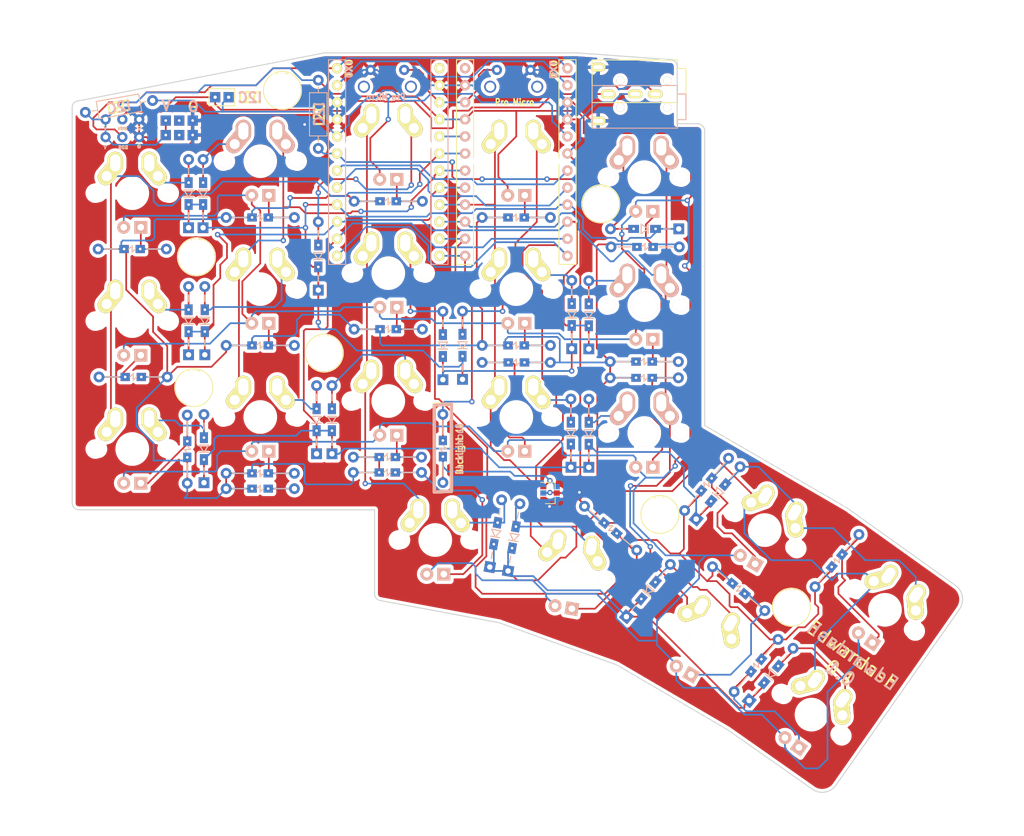
<source format=kicad_pcb>
(kicad_pcb (version 20211014) (generator pcbnew)
  (title_block (title "Edwardash") (date "2023-08-05") (rev "0.1") (company "Edwardash (original by Omkbd)"))
  (layers (0 "F.Cu" signal) (31 "B.Cu" signal) (34 "B.Paste" user) (35 "F.Paste" user) (36 "B.SilkS" user "B.Silkscreen") (37 "F.SilkS" user "F.Silkscreen") (38 "B.Mask" user) (39 "F.Mask" user) (44 "Edge.Cuts" user))
  (net 0 "")
  (net 1 "/row0")
  (net 2 "/row1")
  (net 3 "/row2")
  (net 4 "/row3")
  (net 5 "Net-(D6-Pad2)")
  (net 6 "Net-(D7-Pad2)")
  (net 7 "Net-(D8-Pad2)")
  (net 8 "Net-(D10-Pad2)")
  (net 9 "Net-(D11-Pad2)")
  (net 10 "Net-(D12-Pad2)")
  (net 11 "Net-(D14-Pad2)")
  (net 12 "Net-(D15-Pad2)")
  (net 13 "Net-(D16-Pad2)")
  (net 14 "Net-(D18-Pad2)")
  (net 15 "Net-(D19-Pad2)")
  (net 16 "Net-(D20-Pad2)")
  (net 17 "Net-(D22-Pad2)")
  (net 18 "Net-(D23-Pad2)")
  (net 19 "Net-(D24-Pad2)")
  (net 20 "Net-(D28-Pad2)")
  (net 21 "/xtradata")
  (net 22 "GND")
  (net 23 "/sda/uart")
  (net 24 "VCC")
  (net 25 "/scl")
  (net 26 "/col0")
  (net 27 "/col1")
  (net 28 "/col2")
  (net 29 "/col3")
  (net 30 "/col4")
  (net 31 "/col5")
  (net 32 "/col6")
  (net 33 "Net-(U3-Pad24)")
  (net 34 "/rst")
  (net 35 "/row4")
  (net 36 "Net-(D32-Pad2)")
  (net 37 "Net-(D33-Pad2)")
  (net 38 "Net-(D34-Pad2)")
  (net 39 "/RBG")
  (net 40 "/RX")
  (net 41 "Net-(U6-Pad24)")
  (net 42 "Net-(J4-Pad2)")
  (net 43 "Net-(J5-Pad2)")
  (net 44 "Net-(D43-Pad1)")
  (net 45 "Net-(D44-Pad1)")
  (net 46 "Net-(D45-Pad1)")
  (net 47 "Net-(D46-Pad1)")
  (net 48 "Net-(D47-Pad1)")
  (net 49 "Net-(D50-Pad1)")
  (net 50 "Net-(D51-Pad1)")
  (net 51 "Net-(D52-Pad1)")
  (net 52 "Net-(D53-Pad1)")
  (net 53 "Net-(D54-Pad1)")
  (net 54 "Net-(D57-Pad1)")
  (net 55 "Net-(D58-Pad1)")
  (net 56 "Net-(D59-Pad1)")
  (net 57 "Net-(D60-Pad1)")
  (net 58 "Net-(D61-Pad1)")
  (net 59 "Net-(D62-Pad1)")
  (net 60 "Net-(D65-Pad1)")
  (net 61 "Net-(D66-Pad1)")
  (net 62 "Net-(Q1-Pad1)")
  (net 63 "Net-(Q1-Pad3)")
  (net 64 "/Backlight")
  (net 65 "/Audio")
  (net 66 "Net-(D68-Pad2)")
  (net 67 "Net-(D69-Pad1)")
  (net 68 "Net-(D70-Pad1)")
  (net 69 "Net-(D71-Pad1)")
  (net 70 "Net-(D72-Pad1)")
  (footprint "library:R_Axial_DIN0207_L6.3mm_D2.5mm_P10.16mm_Horizontal" (layer "F.Cu") (at 99.06 64.992002 10)
    (fp_text reference "R1" hide)
    (fp_text value "R")
  )
  (footprint "library:R_Axial_DIN0207_L6.3mm_D2.5mm_P10.16mm_Horizontal" (layer "F.Cu") (at 133.731 60.198 -90)
    (fp_text reference "R2" hide)
    (fp_text value "R")
  )
  (footprint "library:tact_switch2" (layer "F.Cu") (at 162.814 58.674)
    (fp_text reference "SW29" hide)
    (fp_text value "SW_Push")
  )
  (footprint "library:hole" (layer "F.Cu") (at 134.62 100.838)
    (fp_text reference "U1")
    (fp_text value "HOLE")
  )
  (footprint "library:hole" (layer "F.Cu") (at 184.567441 124.867673)
    (fp_text reference "U4")
    (fp_text value "HOLE")
  )
  (footprint "library:hole" (layer "F.Cu") (at 115.59834 86.506566)
    (fp_text reference "U5")
    (fp_text value "HOLE")
  )
  (footprint "library:hole" (layer "F.Cu") (at 115.207141 105.976229)
    (fp_text reference "U7")
    (fp_text value "HOLE")
  )
  (footprint "library:jumper_smd_2dub" (layer "F.Cu") (at 119.38 62.738)
    (fp_text reference "W1" hide)
    (fp_text value "jumper_smd")
  )
  (footprint "library:conn3" (layer "F.Cu") (at 104.570829 68.676946)
    (fp_text reference "J2" hide)
    (fp_text value "Conn_01x03")
  )
  (footprint "library:Resistors_SMD_THT" (layer "F.Cu") (at 111.125 85.344 180)
    (fp_text reference "R11" hide)
    (fp_text value "R")
  )
  (footprint "library:Resistors_SMD_THT" (layer "F.Cu") (at 130.175 80.645 180)
    (fp_text reference "R12" hide)
    (fp_text value "R")
  )
  (footprint "library:Resistors_SMD_THT" (layer "F.Cu") (at 149.225 78.232 180)
    (fp_text reference "R15" hide)
    (fp_text value "R")
  )
  (footprint "library:Resistors_SMD_THT" (layer "F.Cu") (at 168.275 80.645 180)
    (fp_text reference "R16" hide)
    (fp_text value "R")
  )
  (footprint "library:Resistors_SMD_THT" (layer "F.Cu") (at 187.458217 85.027192 180)
    (fp_text reference "R17" hide)
    (fp_text value "R")
  )
  (footprint "library:Resistors_SMD_THT" (layer "F.Cu") (at 101.092 104.394)
    (fp_text reference "R20" hide)
    (fp_text value "R")
  )
  (footprint "library:Resistors_SMD_THT" (layer "F.Cu") (at 130.175 99.695 180)
    (fp_text reference "R21" hide)
    (fp_text value "R")
  )
  (footprint "library:Resistors_SMD_THT" (layer "F.Cu") (at 149.225 97.282 180)
    (fp_text reference "R22" hide)
    (fp_text value "R")
  )
  (footprint "library:Resistors_SMD_THT" (layer "F.Cu") (at 168.275 99.695 180)
    (fp_text reference "R23" hide)
    (fp_text value "R")
  )
  (footprint "library:Resistors_SMD_THT" (layer "F.Cu") (at 187.325 102.108 180)
    (fp_text reference "R24" hide)
    (fp_text value "R")
  )
  (footprint "library:Resistors_SMD_THT" (layer "F.Cu") (at 114.230584 110.068374 -90)
    (fp_text reference "R27" hide)
    (fp_text value "R")
  )
  (footprint "library:Resistors_SMD_THT" (layer "F.Cu") (at 130.175 118.745 180)
    (fp_text reference "R28" hide)
    (fp_text value "R")
  )
  (footprint "library:Resistors_SMD_THT" (layer "F.Cu") (at 187.325 104.521 180)
    (fp_text reference "R31" hide)
    (fp_text value "R")
  )
  (footprint "library:Resistors_SMD_THT" (layer "F.Cu") (at 181.127573 130.186872 140)
    (fp_text reference "R32" hide)
    (fp_text value "R")
  )
  (footprint "library:Resistors_SMD_THT" (layer "F.Cu") (at 130.175 121.031 180)
    (fp_text reference "R35" hide)
    (fp_text value "R")
  )
  (footprint "library:Resistors_SMD_THT" (layer "F.Cu") (at 149.098 118.618 180)
    (fp_text reference "R36" hide)
    (fp_text value "R")
  )
  (footprint "library:hole" (layer "F.Cu") (at 128.397 61.722)
    (fp_text reference "U9")
    (fp_text value "HOLE")
  )
  (footprint "library:CHERRY_MX_LED2" (layer "F.Cu") (at 106.045 77.0255)
    (fp_text reference "D43")
    (fp_text value "LED" hide)
  )
  (footprint "library:CHERRY_MX_LED2" (layer "F.Cu") (at 125.095 72.263)
    (fp_text reference "D44")
    (fp_text value "LED" hide)
  )
  (footprint "library:CHERRY_MX_LED2" (layer "F.Cu") (at 144.145 69.88175)
    (fp_text reference "D45")
    (fp_text value "LED" hide)
  )
  (footprint "library:CHERRY_MX_LED2" (layer "F.Cu") (at 163.195 72.263)
    (fp_text reference "D46")
    (fp_text value "LED" hide)
  )
  (footprint "library:CHERRY_MX_LED2" (layer "F.Cu") (at 182.245 74.64425)
    (fp_text reference "D47")
    (fp_text value "LED" hide)
  )
  (footprint "library:CHERRY_MX_LED2" (layer "F.Cu") (at 106.045 96.0755)
    (fp_text reference "D50")
    (fp_text value "LED" hide)
  )
  (footprint "library:CHERRY_MX_LED2" (layer "F.Cu") (at 125.095 91.313)
    (fp_text reference "D51")
    (fp_text value "LED" hide)
  )
  (footprint "library:CHERRY_MX_LED2" (layer "F.Cu") (at 144.145 88.93175)
    (fp_text reference "D52")
    (fp_text value "LED" hide)
  )
  (footprint "library:CHERRY_MX_LED2" (layer "F.Cu") (at 163.195 91.313)
    (fp_text reference "D53")
    (fp_text value "LED" hide)
  )
  (footprint "library:CHERRY_MX_LED2" (layer "F.Cu") (at 182.245 93.69425)
    (fp_text reference "D54")
    (fp_text value "LED" hide)
  )
  (footprint "library:CHERRY_MX_LED2" (layer "F.Cu") (at 106.045 115.1255)
    (fp_text reference "D57")
    (fp_text value "LED" hide)
  )
  (footprint "library:CHERRY_MX_LED2" (layer "F.Cu") (at 125.095 110.363)
    (fp_text reference "D58")
    (fp_text value "LED" hide)
  )
  (footprint "library:CHERRY_MX_LED2" (layer "F.Cu") (at 144.145 107.98175)
    (fp_text reference "D59")
    (fp_text value "LED" hide)
  )
  (footprint "library:CHERRY_MX_LED2" (layer "F.Cu") (at 163.195 110.363)
    (fp_text reference "D60")
    (fp_text value "LED" hide)
  )
  (footprint "library:CHERRY_MX_LED2" (layer "F.Cu") (at 182.245 112.74425)
    (fp_text reference "D61")
    (fp_text value "LED" hide)
  )
  (footprint "library:CHERRY_MX_LED2" (layer "F.Cu") (at 171.101607 133.68 -10)
    (fp_text reference "D62")
    (fp_text value "LED" hide)
  )
  (footprint "library:ProMicro_rev" (layer "F.Cu") (at 144.145 72.39)
    (fp_text reference "U3" hide)
    (fp_text value "ProMicro" hide)
  )
  (footprint "library:CHERRY_MX_LED2" (layer "F.Cu") (at 151.14 128.68)
    (fp_text reference "D67")
    (fp_text value "LED" hide)
  )
  (footprint "library:Diode_SMD_THT3" (layer "F.Cu") (at 197.861783 152.586827 50)
    (fp_text reference "D68" hide)
    (fp_text value "D")
  )
  (footprint "library:SOT-23_2" (layer "F.Cu") (at 168.222 121.68)
    (fp_text reference "Q1")
    (fp_text value "IRLML6344TRPbF")
  )
  (footprint "library:MX_ALPS" (layer "F.Cu") (at 106.045 77.0255)
    (fp_text reference "SW6" hide)
    (fp_text value "SW_PUSH" hide)
  )
  (footprint "library:MX_ALPS" (layer "F.Cu") (at 106.045 96.0755)
    (fp_text reference "SW7" hide)
    (fp_text value "SW_PUSH" hide)
  )
  (footprint "library:MX_ALPS" (layer "F.Cu") (at 106.045 115.1255)
    (fp_text reference "SW8" hide)
    (fp_text value "SW_PUSH" hide)
  )
  (footprint "library:MX_ALPS" (layer "F.Cu") (at 125.095 91.313)
    (fp_text reference "SW11" hide)
    (fp_text value "SW_PUSH" hide)
  )
  (footprint "library:MX_ALPS" (layer "F.Cu") (at 125.095 110.363)
    (fp_text reference "SW12" hide)
    (fp_text value "SW_PUSH" hide)
  )
  (footprint "library:MX_ALPS" (layer "F.Cu") (at 144.145 69.88175)
    (fp_text reference "SW14" hide)
    (fp_text value "SW_PUSH" hide)
  )
  (footprint "library:MX_ALPS" (layer "F.Cu") (at 144.145 88.93175)
    (fp_text reference "SW15" hide)
    (fp_text value "SW_PUSH" hide)
  )
  (footprint "library:MX_ALPS" (layer "F.Cu") (at 144.145 107.98175)
    (fp_text reference "SW16" hide)
    (fp_text value "SW_PUSH" hide)
  )
  (footprint "library:MX_ALPS" (layer "F.Cu") (at 163.195 72.263)
    (fp_text reference "SW18" hide)
    (fp_text value "SW_PUSH" hide)
  )
  (footprint "library:MX_ALPS" (layer "F.Cu") (at 163.195 91.313)
    (fp_text reference "SW19" hide)
    (fp_text value "SW_PUSH" hide)
  )
  (footprint "library:MX_ALPS" (layer "F.Cu") (at 163.195 110.363)
    (fp_text reference "SW20" hide)
    (fp_text value "SW_PUSH" hide)
  )
  (footprint "library:MX_ALPS" (layer "F.Cu") (at 200.174409 127.2023 -30)
    (fp_text reference "SW28" hide)
    (fp_text value "SW_PUSH" hide)
  )
  (footprint "library:MX_ALPS" (layer "F.Cu") (at 171.101607 133.68 -10)
    (fp_text reference "SW34" hide)
    (fp_text value "SW_PUSH" hide)
  )
  (footprint "library:MX_ALPS" (layer "F.Cu") (at 190.649409 143.7003 -30)
    (fp_text reference "SW35" hide)
    (fp_text value "SW_PUSH" hide)
  )
  (footprint "library:MX_ALPS" (layer "F.Cu") (at 151.14 128.68)
    (fp_text reference "SW38" hide)
    (fp_text value "SW_PUSH" hide)
  )
  (footprint "library:MX_ALPS" (layer "F.Cu") (at 218.06665 139.074938 -35)
    (fp_text reference "SW39" hide)
    (fp_text value "SW_PUSH" hide)
  )
  (footprint "library:MX_ALPS" (layer "F.Cu") (at 207.14 154.68 -35)
    (fp_text reference "SW41" hide)
    (fp_text value "SW_PUSH" hide)
  )
  (footprint "library:CHERRY_MX_LED2" (layer "F.Cu") (at 200.174409 127.2023 -30)
    (fp_text reference "D69")
    (fp_text value "LED" hide)
  )
  (footprint "library:CHERRY_MX_LED2" (layer "F.Cu") (at 218.06665 139.074938 -35)
    (fp_text reference "D70")
    (fp_text value "LED" hide)
  )
  (footprint "library:CHERRY_MX_LED2" (layer "F.Cu") (at 190.649409 143.7003 -30)
    (fp_text reference "D71")
    (fp_text value "LED" hide)
  )
  (footprint "library:CHERRY_MX_LED2" (layer "F.Cu") (at 207.14 154.68 -35)
    (fp_text reference "D72")
    (fp_text value "LED" hide)
  )
  (footprint "library:Resistors_SMD_THT" (layer "F.Cu") (at 194.785041 116.504139 -130)
    (fp_text reference "R14" hide)
    (fp_text value "R")
  )
  (footprint "library:Resistors_SMD_THT" (layer "F.Cu") (at 214.189562 127.85392 -130)
    (fp_text reference "R37" hide)
    (fp_text value "R")
  )
  (footprint "library:Resistors_SMD_THT" (layer "F.Cu") (at 200.183601 139.186872 140)
    (fp_text reference "R38" hide)
    (fp_text value "R")
  )
  (footprint "library:Resistors_SMD_THT" (layer "F.Cu") (at 195.627586 151.26287 50)
    (fp_text reference "R39" hide)
    (fp_text value "R")
  )
  (footprint "library:Diode_SMD_THT3" (layer "F.Cu") (at 114.427 82.169 90)
    (fp_text reference "D6" hide)
    (fp_text value "D")
  )
  (footprint "library:Diode_SMD_THT3" (layer "F.Cu") (at 114.427 101.092 90)
    (fp_text reference "D7" hide)
    (fp_text value "D")
  )
  (footprint "library:Diode_SMD_THT3" (layer "F.Cu") (at 116.713 120.142 90)
    (fp_text reference "D8" hide)
    (fp_text value "D")
  )
  (footprint "library:Diode_SMD_THT3" (layer "F.Cu") (at 116.586 82.169 90)
    (fp_text reference "D10" hide)
    (fp_text value "D")
  )
  (footprint "library:Diode_SMD_THT3" (layer "F.Cu") (at 155.194 104.754 90)
    (fp_text reference "D18" hide)
    (fp_text value "D")
  )
  (footprint "library:Diode_SMD_THT3" (layer "F.Cu") (at 171.45 100.182 90)
    (fp_text reference "D19" hide)
    (fp_text value "D")
  )
  (footprint "library:Diode_SMD_THT3" (layer "F.Cu") (at 171.323 117.835 90)
    (fp_text reference "D20" hide)
    (fp_text value "D")
  )
  (footprint "library:Diode_SMD_THT3" (layer "F.Cu") (at 187.378155 82.343258 180)
    (fp_text reference "D22" hide)
    (fp_text value "D")
  )
  (footprint "library:Diode_SMD_THT3" (layer "F.Cu") (at 173.99 117.856 90)
    (fp_text reference "D24" hide)
    (fp_text value "D")
  )
  (footprint "library:Diode_SMD_THT3" (layer "F.Cu") (at 189.970286 125.551864 50)
    (fp_text reference "D28" hide)
    (fp_text value "D")
  )
  (footprint "library:Diode_SMD_THT3" (layer "F.Cu") (at 159.254395 132.70252 80)
    (fp_text reference "D32" hide)
    (fp_text value "D")
  )
  (footprint "library:Diode_SMD_THT3" (layer "F.Cu") (at 161.974821 133.28806 80)
    (fp_text reference "D33" hide)
    (fp_text value "D")
  )
  (footprint "library:Diode_SMD_THT3" (layer "F.Cu") (at 179.59 140.09673 50)
    (fp_text reference "D34" hide)
    (fp_text value "D")
  )
  (footprint "library:Resistors_SMD_THT" (layer "F.Cu") (at 158.115 102.235)
    (fp_text reference "R30" hide)
    (fp_text value "R")
  )
  (footprint "library:Resistors_SMD_THT" (layer "F.Cu") (at 152.273 109.961 -90)
    (fp_text reference "R13" hide)
    (fp_text value "1k")
  )
  (footprint "library:jumper2" (layer "F.Cu") (at 113.03 68.199)
    (fp_text reference "J4")
    (fp_text value "GS3")
  )
  (footprint "library:jumper2" (layer "F.Cu") (at 113.03 70.358)
    (fp_text reference "J5")
    (fp_text value "GS3")
  )
  (footprint "library:Diode_SMD_THT3" (layer "F.Cu") (at 152.273 104.796 90)
    (fp_text reference "D15" hide)
    (fp_text value "D")
  )
  (footprint "library:Diode_SMD_THT3" (layer "F.Cu") (at 135.763 115.845 90)
    (fp_text reference "D16" hide)
    (fp_text value "D")
  )
  (footprint "library:Diode_SMD_THT3" (layer "F.Cu") (at 173.99 100.224 90)
    (fp_text reference "D23" hide)
    (fp_text value "D")
  )
  (footprint "library:trrs_jack" (layer "F.Cu") (at 187.182981 62.266219 180)
    (fp_text reference "J1" hide)
    (fp_text value "5PIN")
  )
  (footprint "library:Diode_SMD_THT3" (layer "F.Cu") (at 133.477 115.845 90)
    (fp_text reference "D12" hide)
    (fp_text value "D")
  )
  (footprint "library:Diode_SMD_THT3" (layer "F.Cu") (at 133.731 91.461 90)
    (fp_text reference "D14" hide)
    (fp_text value "D")
  )
  (footprint "library:Diode_SMD_THT3" (layer "F.Cu") (at 116.84 101.092 90)
    (fp_text reference "D11" hide)
    (fp_text value "D")
  )
  (footprint "library:Resistors_SMD_THT" (layer "F.Cu") (at 149.098 116.332 180)
    (fp_text reference "R29" hide)
    (fp_text value "R")
  )
  (footprint "" (layer "F.Cu") (at 107.076249 66.04)
    (fp_text reference "")
    (fp_text value "")
  )
  (footprint "" (layer "F.Cu") (at 102.076249 66.04)
    (fp_text reference "")
    (fp_text value "")
  )
  (footprint "library:hole" (layer "F.Cu") (at 175.778893 78.619815)
    (fp_text reference "U9")
    (fp_text value "HOLE")
  )
  (footprint "library:hole" (layer "F.Cu") (at 204.14 138.68)
    (fp_text reference "U4")
    (fp_text value "HOLE")
  )
  (footprint "" (layer "F.Cu") (at 104.570829 66.04)
    (fp_text reference "")
    (fp_text value "")
  )
  (footprint "library:tact_switch2" (layer "B.Cu") (at 144.018 58.674 180)
    (fp_text reference "SW37" hide)
    (fp_text value "SW_Push")
  )
  (footprint "library:ProMicro_rev" (layer "B.Cu") (at 163.195 72.39 180)
    (fp_text reference "U6" hide)
    (fp_text value "ProMicro" hide)
  )
  (footprint "library:MX_ALPS" (layer "B.Cu") (at 125.095 72.263 180)
    (fp_text reference "SW10" hide)
    (fp_text value "SW_PUSH" hide)
  )
  (footprint "library:MX_ALPS" (layer "B.Cu") (at 182.245 74.64425 180)
    (fp_text reference "SW22" hide)
    (fp_text value "SW_PUSH" hide)
  )
  (footprint "library:MX_ALPS" (layer "B.Cu") (at 182.245 93.69425 180)
    (fp_text reference "SW23" hide)
    (fp_text value "SW_PUSH" hide)
  )
  (footprint "library:MX_ALPS" (layer "B.Cu") (at 182.245 112.74425 180)
    (fp_text reference "SW24" hide)
    (fp_text value "SW_PUSH" hide)
  )
  (gr_line (start 151.003 108.585) (end 153.543 108.458) (layer "B.SilkS") (width 0.5))
  (gr_line (start 151.003 121.539) (end 153.543 121.412) (layer "B.SilkS") (width 0.5))
  (gr_line (start 153.543 121.412) (end 153.543 108.458) (layer "B.SilkS") (width 0.5))
  (gr_line (start 151.003 108.585) (end 151.003 121.539) (layer "B.SilkS") (width 0.5))
  (gr_line (start 151.003 121.412) (end 151.003 108.458) (layer "F.SilkS") (width 0.5))
  (gr_line (start 151.003 108.458) (end 153.543 108.458) (layer "F.SilkS") (width 0.5))
  (gr_line (start 151.003 121.539) (end 153.543 121.412) (layer "F.SilkS") (width 0.5))
  (gr_line (start 153.543 108.458) (end 153.543 121.412) (layer "F.SilkS") (width 0.5))
  (gr_line (start 172.212 56.134) (end 186.138758 57.147312) (layer "Edge.Cuts") (width 0.15))
  (gr_arc (start 97.107497 64.236996) (mid 97.286675 63.669732) (end 97.778275 63.334734) (layer "Edge.Cuts") (width 0.15))
  (gr_line (start 160.648562 140.991451) (end 178.134662 147.266368) (layer "Edge.Cuts") (width 0.15))
  (gr_line (start 142.107497 124.181114) (end 142.107497 136.717641) (layer "Edge.Cuts") (width 0.15))
  (gr_line (start 134.62 56.134) (end 163.576 56.134) (layer "Edge.Cuts") (width 0.15))
  (gr_line (start 187.138758 58.147312) (end 187.14 66.68) (layer "Edge.Cuts") (width 0.15))
  (gr_arc (start 228.548016 135.428886) (mid 229.592545 137.068467) (end 229.171779 138.966419) (layer "Edge.Cuts") (width 0.15))
  (gr_line (start 134.62 56.134) (end 97.778275 63.334734) (layer "Edge.Cuts") (width 0.15))
  (gr_line (start 228.548016 135.428886) (end 212.431811 123.905087) (layer "Edge.Cuts") (width 0.15))
  (gr_line (start 191.23543 111.62) (end 191.23543 67.67104) (layer "Edge.Cuts") (width 0.15))
  (gr_line (start 142.995151 137.695884) (end 160.648562 140.991451) (layer "Edge.Cuts") (width 0.15))
  (gr_line (start 187.14 66.68) (end 190.14 66.68) (layer "Edge.Cuts") (width 0.15))
  (gr_line (start 207.087102 165.660495) (end 194.63179 156.922229) (layer "Edge.Cuts") (width 0.15))
  (gr_arc (start 142.995151 137.695884) (mid 142.362599 137.378011) (end 142.107497 136.717641) (layer "Edge.Cuts") (width 0.15))
  (gr_line (start 212.431811 123.905087) (end 191.23543 111.62) (layer "Edge.Cuts") (width 0.15))
  (gr_line (start 194.63179 156.922229) (end 178.134662 147.266368) (layer "Edge.Cuts") (width 0.15))
  (gr_line (start 97.107497 64.236996) (end 97.107497 123.181114) (layer "Edge.Cuts") (width 0.15))
  (gr_line (start 210.665539 165.347422) (end 229.171779 138.966419) (layer "Edge.Cuts") (width 0.15))
  (gr_arc (start 210.665539 165.347422) (mid 208.94116 166.245077) (end 207.087102 165.660495) (layer "Edge.Cuts") (width 0.15))
  (gr_arc (start 98.107497 124.181114) (mid 97.40039 123.888221) (end 97.107497 123.181114) (layer "Edge.Cuts") (width 0.15))
  (gr_line (start 98.107497 124.181114) (end 142.107497 124.181114) (layer "Edge.Cuts") (width 0.15))
  (gr_line (start 163.576 56.134) (end 172.212 56.134) (layer "Edge.Cuts") (width 0.15))
  (gr_arc (start 190.14 66.68) (mid 190.878601 66.964527) (end 191.23543 67.67104) (layer "Edge.Cuts") (width 0.15))
  (gr_arc (start 186.138758 57.147312) (mid 186.84588 57.440202) (end 187.138758 58.147312) (layer "Edge.Cuts") (width 0.15))
  (gr_text "I2C" (at 123.554697 62.804932) (layer "B.SilkS") (effects (font (size 1.5 1.5) (thickness 0.3)) (justify mirror)))
  (gr_text "I2C" (at 133.890184 65.257917 90) (layer "B.SilkS") (effects (font (size 1.5 1.5) (thickness 0.3)) (justify mirror)))
  (gr_text "I2C" (at 104.042748 64.229716 10) (layer "B.SilkS") (effects (font (size 1.5 1.5) (thickness 0.3)) (justify mirror)))
  (gr_text "G" (at 115.179751 64.136429) (layer "B.SilkS") (effects (font (size 1.5 1.5) (thickness 0.3)) (justify mirror)))
  (gr_text "Backlight 1k" (at 154.756056 115.123198 90) (layer "B.SilkS") (effects (font (size 1 0.8) (thickness 0.2)) (justify mirror)))
  (gr_text "V" (at 102.025715 67.408681) (layer "B.SilkS") (effects (font (size 0.5 0.5) (thickness 0.125))))
  (gr_text "Pro Micro" (at 143.779096 62.718242) (layer "B.SilkS") (effects (font (size 1 0.8) (thickness 0.2)) (justify mirror)))
  (gr_text "Edwardash\n0.1" (at 212.321665 147.192826 -35) (layer "B.SilkS") (effects (font (size 2 2) (thickness 0.3)) (justify mirror)))
  (gr_text "TX0" (at 168.783 58.674 90) (layer "B.SilkS") (effects (font (size 1 1) (thickness 0.25)) (justify mirror)))
  (gr_text "TX0" (at 138.303 58.547 90) (layer "B.SilkS") (effects (font (size 1 1) (thickness 0.25)) (justify mirror)))
  (gr_text "G" (at 107.132412 67.371496) (layer "B.SilkS") (effects (font (size 0.5 0.5) (thickness 0.125)) (justify mirror)))
  (gr_text "RGB" (at 104.690618 70.222322) (layer "B.SilkS") (effects (font (size 0.5 0.5) (thickness 0.125)) (justify mirror)))
  (gr_text "xtra" (at 104.591459 67.359101) (layer "B.SilkS") (effects (font (size 0.5 0.5) (thickness 0.125))))
  (gr_text "V" (at 102.01332 70.222322) (layer "B.SilkS") (effects (font (size 0.5 0.5) (thickness 0.125))))
  (gr_text "G" (at 107.132412 70.085979) (layer "B.SilkS") (effects (font (size 0.5 0.5) (thickness 0.125)) (justify mirror)))
  (gr_text "V" (at 111.096238 64.016626) (layer "B.SilkS") (effects (font (size 1.5 1.5) (thickness 0.3)) (justify mirror)))
  (gr_text "Backlight 1k" (at 154.756056 115.123198 90) (layer "F.SilkS") (effects (font (size 1 0.8) (thickness 0.2))))
  (gr_text "I2C" (at 133.890184 65.257917 90) (layer "F.SilkS") (effects (font (size 1.5 1.5) (thickness 0.3))))
  (gr_text "I2C" (at 104.042748 64.229716 10) (layer "F.SilkS") (effects (font (size 1.5 1.5) (thickness 0.3))))
  (gr_text "RGB" (at 104.690618 70.222322) (layer "F.SilkS") (effects (font (size 0.5 0.5) (thickness 0.125))))
  (gr_text "xtra" (at 104.591459 67.359101) (layer "F.SilkS") (effects (font (size 0.5 0.5) (thickness 0.125)) (justify mirror)))
  (gr_text "V" (at 111.093487 64.008681) (layer "F.SilkS") (effects (font (size 1.5 1.5) (thickness 0.3))))
  (gr_text "V" (at 102.025715 67.408681) (layer "F.SilkS") (effects (font (size 0.5 0.5) (thickness 0.125)) (justify mirror)))
  (gr_text "Edwardash\n0.1" (at 212.321665 147.192826 -35) (layer "F.SilkS") (effects (font (size 2 2) (thickness 0.3))))
  (gr_text "V" (at 102.01332 70.222322) (layer "F.SilkS") (effects (font (size 0.5 0.5) (thickness 0.125)) (justify mirror)))
  (gr_text "G" (at 115.052751 64.136429) (layer "F.SilkS") (effects (font (size 1.5 1.5) (thickness 0.3))))
  (gr_text "TX0" (at 138.303 58.42 90) (layer "F.SilkS") (effects (font (size 1 1) (thickness 0.25))))
  (gr_text "G" (at 107.005412 70.085979) (layer "F.SilkS") (effects (font (size 0.5 0.5) (thickness 0.125))))
  (gr_text "Pro Micro" (at 162.948324 63.5) (layer "F.SilkS") (effects (font (size 1 0.8) (thickness 0.2))))
  (gr_text "G" (at 107.005412 67.371496) (layer "F.SilkS") (effects (font (size 0.5 0.5) (thickness 0.125))))
  (gr_text "TX0" (at 168.783 58.547 90) (layer "F.SilkS") (effects (font (size 1 1) (thickness 0.25))))
  (gr_text "I2C" (at 123.554697 62.804932) (layer "F.SilkS") (effects (font (size 1.5 1.5) (thickness 0.3))))
  (segment (start 168.763999 75.711001) (end 170.815 73.66) (width 0.254) (layer "B.Cu") (net 1))
  (segment (start 148.844001 72.898001) (end 137.286999 72.898001) (width 0.254) (layer "B.Cu") (net 1))
  (segment (start 156.591 74.93) (end 157.372001 75.711001) (width 0.254) (layer "B.Cu") (net 1))
  (segment (start 137.286999 72.898001) (end 136.525 73.66) (width 0.254) (layer "B.Cu") (net 1))
  (segment (start 150.876 74.93) (end 156.591 74.93) (width 0.254) (layer "B.Cu") (net 1))
  (segment (start 157.372001 75.711001) (end 168.763999 75.711001) (width 0.254) (layer "B.Cu") (net 1))
  (segment (start 150.876 74.93) (end 148.844001 72.898001) (width 0.254) (layer "B.Cu") (net 1))
  (segment (start 133.731 88.011) (end 133.731 91.461) (width 0.254) (layer "F.Cu") (net 2))
  (segment (start 131.826 82.169) (end 131.826 86.96) (width 0.254) (layer "F.Cu") (net 2))
  (segment (start 114.427 82.169) (end 114.427 78.719) (width 0.254) (layer "F.Cu") (net 2))
  (segment (start 133.731 96.247) (end 133.731 91.461) (width 0.254) (layer "F.Cu") (net 2))
  (segment (start 155.194 104.754) (end 155.194 101.304) (width 0.254) (layer "F.Cu") (net 2))
  (segment (start 131.826 86.96) (end 132.877 88.011) (width 0.254) (layer "F.Cu") (net 2))
  (segment (start 116.586 82.169) (end 116.586 78.719) (width 0.254) (layer "F.Cu") (net 2))
  (segment (start 131.826 78.74) (end 136.525 78.74) (width 0.254) (layer "F.Cu") (net 2))
  (segment (start 132.877 88.011) (end 133.731 88.011) (width 0.254) (layer "F.Cu") (net 2))
  (via (at 133.731 96.247) (size 0.8) (drill 0.4) (layers "F.Cu" "B.Cu") (net 2))
  (via (at 131.826 78.74) (size 0.8) (drill 0.4) (layers "F.Cu" "B.Cu") (net 2))
  (via (at 131.826 82.169) (size 0.8) (drill 0.4) (layers "F.Cu" "B.Cu") (net 2))
  (segment (start 169.10237 79.375) (end 169.73737 78.74) (width 0.254) (layer "B.Cu") (net 2))
  (segment (start 171.2 78.74) (end 173.14 80.68) (width 0.254) (layer "B.Cu") (net 2))
  (segment (start 136.525 78.74) (end 138.30298 80.51798) (width 0.254) (layer "B.Cu") (net 2))
  (segment (start 178.3558 84.133994) (end 179.686006 84.133994) (width 0.254) (layer "B.Cu") (net 2))
  (segment (start 116.586 82.169) (end 131.826 82.169) (width 0.254) (layer "B.Cu") (net 2))
  (segment (start 177.901806 83.68) (end 178.3558 84.133994) (width 0.254) (layer "B.Cu") (net 2))
  (segment (start 155.194 102.358) (end 155.194 101.304) (width 0.254) (layer "B.Cu") (net 2))
  (segment (start 138.30298 80.51798) (end 149.86002 80.51798) (width 0.254) (layer "B.Cu") (net 2))
  (segment (start 170.815 78.74) (end 171.2 78.74) (width 0.254) (layer "B.Cu") (net 2))
  (segment (start 150.368 80.01) (end 156.591 80.01) (width 0.254) (layer "B.Cu") (net 2))
  (segment (start 133.731 96.247) (end 133.731 96.901) (width 0.254) (layer "B.Cu") (net 2))
  (segment (start 173.14 82.40916) (end 174.41084 83.68) (width 0.254) (layer "B.Cu") (net 2))
  (segment (start 114.427 78.719) (end 116.586 78.719) (width 0.254) (layer "B.Cu") (net 2))
  (segment (start 183.928155 82.891845) (end 183.928155 82.343258) (width 0.254) (layer "B.Cu") (net 2))
  (segment (start 139.446 100.457) (end 149.298198 100.457) (width 0.254) (layer "B.Cu") (net 2))
  (segment (start 157.226 79.375) (end 169.10237 79.375) (width 0.254) (layer "B.Cu") (net 2))
  (segment (start 151.711198 102.87) (end 154.682 102.87) (width 0.254) (layer "B.Cu") (net 2))
  (segment (start 169.73737 78.74) (end 170.815 78.74) (width 0.254) (layer "B.Cu") (net 2))
  (segment (start 136.271 97.282) (end 139.446 100.457) (width 0.254) (layer "B.Cu") (net 2))
  (segment (start 179.686006 84.133994) (end 180.14 83.68) (width 0.254) (layer "B.Cu") (net 2))
  (segment (start 149.86002 80.51798) (end 150.368 80.01) (width 0.254) (layer "B.Cu") (net 2))
  (segment (start 134.112 97.282) (end 136.271 97.282) (width 0.254) (layer "B.Cu") (net 2))
  (segment (start 183.14 83.68) (end 183.928155 82.891845) (width 0.254) (layer "B.Cu") (net 2))
  (segment (start 173.14 80.68) (end 173.14 82.40916) (width 0.254) (layer "B.Cu") (net 2))
  (segment (start 180.14 83.68) (end 183.14 83.68) (width 0.254) (layer "B.Cu") (net 2))
  (segment (start 174.41084 83.68) (end 177.901806 83.68) (width 0.254) (layer "B.Cu") (net 2))
  (segment (start 187.378155 82.343258) (end 183.928155 82.343258) (width 0.254) (layer "B.Cu") (net 2))
  (segment (start 133.731 96.901) (end 134.112 97.282) (width 0.254) (layer "B.Cu") (net 2))
  (segment (start 154.682 102.87) (end 155.194 102.358) (width 0.254) (layer "B.Cu") (net 2))
  (segment (start 131.826 78.74) (end 131.826 82.169) (width 0.254) (layer "B.Cu") (net 2))
  (segment (start 149.298198 100.457) (end 151.711198 102.87) (width 0.254) (layer "B.Cu") (net 2))
  (segment (start 156.591 80.01) (end 157.226 79.375) (width 0.254) (layer "B.Cu") (net 2))
  (segment (start 118.14 96.68) (end 117.178 97.642) (width 0.254) (layer "F.Cu") (net 3))
  (segment (start 120.14 84.58) (end 120.14 86.68) (width 0.254) (layer "F.Cu") (net 3))
  (segment (start 116.84 97.642) (end 116.84 101.092) (width 0.254) (layer "F.Cu") (net 3))
  (segment (start 118.745 83.185) (end 120.14 84.58) (width 0.254) (layer "F.Cu") (net 3))
  (segment (start 170.815 81.28) (end 171.89263 81.28) (width 0.254) (layer "F.Cu") (net 3))
  (segment (start 119.14 89.68) (end 118.14 90.68) (width 0.254) (layer "F.Cu") (net 3))
  (segment (start 171.89263 81.28) (end 172.212 81.59937) (width 0.254) (layer "F.Cu") (net 3))
  (segment (start 171.45 96.732) (end 171.45 100.182) (width 0.254) (layer "F.Cu") (net 3))
  (segment (start 119.14 87.68) (end 119.14 89.68) (width 0.254) (layer "F.Cu") (net 3))
  (segment (start 117.178 97.642) (end 116.84 97.642) (width 0.254) (layer "F.Cu") (net 3))
  (segment (start 171.45 103.505) (end 171.45 100.182) (width 0.254) (layer "F.Cu") (net 3))
  (segment (start 170.678882 89.036118) (end 170.268999 89.446001) (width 0.254) (layer "F.Cu") (net 3))
  (segment (start 118.14 90.68) (end 118.14 96.68) (width 0.254) (layer "F.Cu") (net 3))
  (segment (start 114.427 97.642) (end 114.427 101.092) (width 0.254) (layer "F.Cu") (net 3))
  (segment (start 118.11 96.372) (end 116.84 97.642) (width 0.254) (layer "F.Cu") (net 3))
  (segment (start 172.212 81.59937) (end 172.212 87.512118) (width 0.254) (layer "F.Cu") (net 3))
  (segment (start 172.212 87.512118) (end 170.688 89.036118) (width 0.254) (layer "F.Cu") (net 3))
  (segment (start 152.273 101.346) (end 152.273 104.796) (width 0.254) (layer "F.Cu") (net 3))
  (segment (start 170.268999 89.446001) (end 170.268999 96.404999) (width 0.254) (layer "F.Cu") (net 3))
  (segment (start 173.99 96.774) (end 173.99 100.224) (width 0.254) (layer "F.Cu") (net 3))
  (segment (start 170.688 89.036118) (end 170.678882 89.036118) (width 0.254) (layer "F.Cu") (net 3))
  (segment (start 170.596 96.732) (end 171.45 96.732) (width 0.254) (layer "F.Cu") (net 3))
  (segment (start 170.268999 96.404999) (end 170.596 96.732) (width 0.254) (layer "F.Cu") (net 3))
  (segment (start 120.14 86.68) (end 119.14 87.68) (width 0.254) (layer "F.Cu") (net 3))
  (via (at 171.45 103.505) (size 0.8) (drill 0.4) (layers "F.Cu" "B.Cu") (net 3))
  (via (at 118.745 83.185) (size 0.8) (drill 0.4) (layers "F.Cu" "B.Cu") (net 3))
  (segment (start 170.815 81.28) (end 169.545 82.55) (width 0.254) (layer "B.Cu") (net 3))
  (segment (start 152.273 104.796) (end 152.273 103.742) (width 0.254) (layer "B.Cu") (net 3))
  (segment (start 150.622 82.55) (end 149.09799 81.02599) (width 0.254) (layer "B.Cu") (net 3))
  (segment (start 152.273 103.742) (end 152.51 103.505) (width 0.254) (layer "B.Cu") (net 3))
  (segment (start 118.745 83.185) (end 134.62 83.185) (width 0.254) (layer "B.Cu") (net 3))
  (segment (start 171.45 96.732) (end 173.948 96.732) (width 0.254) (layer "B.Cu") (net 3))
  (segment (start 152.51 103.505) (end 171.45 103.505) (width 0.254) (layer "B.Cu") (net 3))
  (segment (start 149.09799 81.02599) (end 137.85664 81.02599) (width 0.254) (layer "B.Cu") (net 3))
  (segment (start 137.60263 81.28) (end 136.525 81.28) (width 0.254) (layer "B.Cu") (net 3))
  (segment (start 134.62 83.185) (end 136.525 81.28) (width 0.254) (layer "B.Cu") (net 3))
  (segment (start 114.427 97.642) (end 116.84 97.642) (width 0.254) (layer "B.Cu") (net 3))
  (segment (start 169.545 82.55) (end 150.622 82.55) (width 0.254) (layer "B.Cu") (net 3))
  (segment (start 173.948 96.732) (end 173.99 96.774) (width 0.254) (layer "B.Cu") (net 3))
  (segment (start 137.85664 81.02599) (end 137.60263 81.28) (width 0.254) (layer "B.Cu") (net 3))
  (segment (start 135.128 96.901) (end 134.747 97.282) (width 0.254) (layer "F.Cu") (net 4))
  (segment (start 135.763 112.395) (end 135.763 115.845) (width 0.254) (layer "F.Cu") (net 4))
  (segment (start 171.323 114.385) (end 171.323 117.835) (width 0.254) (layer "F.Cu") (net 4))
  (segment (start 192.187903 123.334247) (end 192.187903 122.909011) (width 0.254) (layer "F.Cu") (net 4))
  (segment (start 135.128 85.217) (end 135.128 96.901) (width 0.254) (layer "F.Cu") (net 4))
  (segment (start 133.477 112.395) (end 133.477 115.845) (width 0.254) (layer "F.Cu") (net 4))
  (segment (start 116.713 120.142) (end 116.713 116.692) (width 0.254) (layer "F.Cu") (net 4))
  (segment (start 131.572 109.370118) (end 133.477 111.275118) (width 0.254) (layer "F.Cu") (net 4))
  (segment (start 131.826 97.282) (end 131.572 97.536) (width 0.254) (layer "F.Cu") (net 4))
  (segment (start 173.99 117.856) (end 173.99 114.406) (width 0.254) (layer "F.Cu") (net 4))
  (segment (start 136.525 83.82) (end 135.128 85.217) (width 0.254) (layer "F.Cu") (net 4))
  (segment (start 131.572 97.536) (end 131.572 109.370118) (width 0.254) (layer "F.Cu") (net 4))
  (segment (start 189.970286 125.551864) (end 192.187903 123.334247) (width 0.254) (layer "F.Cu") (net 4))
  (segment (start 134.747 97.282) (end 131.826 97.282) (width 0.254) (layer "F.Cu") (net 4))
  (segment (start 133.477 111.275118) (end 133.477 112.395) (width 0.254) (layer "F.Cu") (net 4))
  (segment (start 118.237 115.168) (end 116.713 116.692) (width 0.254) (layer "B.Cu") (net 4))
  (segment (start 118.745 113.157) (end 118.237 113.665) (width 0.254) (layer "B.Cu") (net 4))
  (segment (start 118.237 113.665) (end 118.237 115.168) (width 0.254) (layer "B.Cu") (net 4))
  (segment (start 136.817 115.845) (end 135.763 115.845) (width 0.254) (layer "B.Cu") (net 4))
  (segment (start 137.6 115.062) (end 157.861 115.062) (width 0.254) (layer "B.Cu") (net 4))
  (segment (start 159.512 83.82) (end 158.242 85.09) (width 0.254) (layer "B.Cu") (net 4))
  (segment (start 170.815 83.82) (end 159.512 83.82) (width 0.254) (layer "B.Cu") (net 4))
  (segment (start 188.14 117.857016) (end 188.14 120.68) (width 0.254) (layer "B.Cu") (net 4))
  (segment (start 133.477 112.395) (end 135.763 112.395) (width 0.254) (layer "B.Cu") (net 4))
  (segment (start 188.14 120.68) (end 189.970286 122.510286) (width 0.254) (layer "B.Cu") (net 4))
  (segment (start 147.574 81.534) (end 138.811 81.534) (width 0.254) (layer "B.Cu") (net 4))
  (segment (start 158.242 85.09) (end 151.13 85.09) (width 0.254) (layer "B.Cu") (net 4))
  (segment (start 173.99 114.406) (end 175.154 115.57) (width 0.254) (layer "B.Cu") (net 4))
  (segment (start 175.154 115.57) (end 185.852984 115.57) (width 0.254) (layer "B.Cu") (net 4))
  (segment (start 171.323 117.835) (end 173.969 117.835) (width 0.254) (layer "B.Cu") (net 4))
  (segment (start 171.577 117.856) (end 160.655 117.856) (width 0.254) (layer "B.Cu") (net 4))
  (segment (start 118.745 113.157) (end 130.429 113.157) (width 0.254) (layer "B.Cu") (net 4))
  (segment (start 133.477 112.395) (end 131.191 112.395) (width 0.254) (layer "B.Cu") (net 4))
  (segment (start 189.970286 122.510286) (end 189.970286 125.551864) (width 0.254) (layer "B.Cu") (net 4))
  (segment (start 137.6 115.062) (end 136.817 115.845) (width 0.254) (layer "B.Cu") (net 4))
  (segment (start 185.852984 115.57) (end 188.14 117.857016) (width 0.254) (layer "B.Cu") (net 4))
  (segment (start 138.811 81.534) (end 136.525 83.82) (width 0.254) (layer "B.Cu") (net 4))
  (segment (start 131.191 112.395) (end 130.429 113.157) (width 0.254) (layer "B.Cu") (net 4))
  (segment (start 173.969 117.835) (end 173.99 117.856) (width 0.254) (layer "B.Cu") (net 4))
  (segment (start 151.13 85.09) (end 147.574 81.534) (width 0.254) (layer "B.Cu") (net 4))
  (segment (start 160.655 117.856) (end 157.861 115.062) (width 0.254) (layer "B.Cu") (net 4))
  (segment (start 114.427 72.009) (end 114.427 75.459) (width 0.254) (layer "F.Cu") (net 5))
  (segment (start 110.8285 75.459) (end 109.855 74.4855) (width 0.254) (layer "B.Cu") (net 5))
  (segment (start 114.427 75.459) (end 110.8285 75.459) (width 0.254) (layer "B.Cu") (net 5))
  (segment (start 114.427 90.932) (end 114.427 94.382) (width 0.254) (layer "F.Cu") (net 6))
  (segment (start 110.7015 94.382) (end 109.855 93.5355) (width 0.254) (layer "B.Cu") (net 6))
  (segment (start 114.427 94.382) (end 110.7015 94.382) (width 0.254) (layer "B.Cu") (net 6))
  (segment (start 116.713 113.432) (end 116.713 109.982) (width 0.254) (layer "F.Cu") (net 7))
  (segment (start 108.8105 110.871) (end 109.855 111.9155) (width 0.254) (layer "B.Cu") (net 7))
  (segment (start 109.855 111.9155) (end 109.855 112.5855) (width 0.254) (layer "B.Cu") (net 7))
  (segment (start 112.395 110.871) (end 113.157 111.633) (width 0.254) (layer "B.Cu") (net 7))
  (segment (start 113.157 111.633) (end 116.205 111.633) (width 0.254) (layer "B.Cu") (net 7))
  (segment (start 116.205 111.633) (end 116.713 112.141) (width 0.254) (layer "B.Cu") (net 7))
  (segment (start 116.713 112.141) (end 116.713 113.432) (width 0.254) (layer "B.Cu") (net 7))
  (segment (start 108.8105 110.871) (end 112.395 110.871) (width 0.254) (layer "B.Cu") (net 7))
  (segment (start 116.586 72.009) (end 116.586 75.459) (width 0.254) (layer "F.Cu") (net 8))
  (segment (start 118.872 69.723) (end 116.586 72.009) (width 0.254) (layer "B.Cu") (net 8))
  (segment (start 121.285 69.723) (end 118.872 69.723) (width 0.254) (layer "B.Cu") (net 8))
  (segment (start 116.84 90.932) (end 116.84 94.382) (width 0.254) (layer "F.Cu") (net 9))
  (segment (start 128.27 92.964) (end 128.27 89.408) (width 0.254) (layer "B.Cu") (net 9))
  (segment (start 118.096 93.98) (end 127.254 93.98) (width 0.254) (layer "B.Cu") (net 9))
  (segment (start 128.27 89.408) (end 128.905 88.773) (width 0.254) (layer "B.Cu") (net 9))
  (segment (start 117.694 94.382) (end 118.096 93.98) (width 0.254) (layer "B.Cu") (net 9))
  (segment (start 127.254 93.98) (end 128.27 92.964) (width 0.254) (layer "B.Cu") (net 9))
  (segment (start 116.84 94.382) (end 117.694 94.382) (width 0.254) (layer "B.Cu") (net 9))
  (segment (start 133.477 109.135) (end 133.477 105.685) (width 0.254) (layer "F.Cu") (net 10))
  (segment (start 127.691 105.939) (end 127.615 105.863) (width 0.254) (layer "B.Cu") (net 10))
  (segment (start 127.615 105.863) (end 128.905 107.823) (width 0.254) (layer "B.Cu") (net 10))
  (segment (start 128.905 107.823) (end 131.311 107.823) (width 0.254) (layer "B.Cu") (net 10))
  (segment (start 132.623 109.135) (end 133.477 109.135) (width 0.254) (layer "B.Cu") (net 10))
  (segment (start 131.311 107.823) (end 132.623 109.135) (width 0.254) (layer "B.Cu") (net 10))
  (segment (start 147.574 75.819) (end 147.574 67.564) (width 0.254) (layer "F.Cu") (net 11))
  (segment (start 134.874 74.93) (end 139.319 74.93) (width 0.254) (layer "F.Cu") (net 11))
  (segment (start 147.574 67.564) (end 147.79625 67.34175) (width 0.254) (layer "F.Cu") (net 11))
  (segment (start 133.731 76.073) (end 134.874 74.93) (width 0.254) (layer "F.Cu") (net 11))
  (segment (start 133.731 81.301) (end 133.731 84.751) (width 0.254) (layer "F.Cu") (net 11))
  (segment (start 147.79625 67.34175) (end 147.955 67.34175) (width 0.254) (layer "F.Cu") (net 11))
  (segment (start 133.731 76.962) (end 133.731 76.073) (width 0.254) (layer "F.Cu") (net 11))
  (via (at 147.574 75.819) (size 0.8) (drill 0.4) (layers "F.Cu" "B.Cu") (net 11))
  (via (at 133.731 76.962) (size 0.8) (drill 0.4) (layers "F.Cu" "B.Cu") (net 11))
  (via (at 139.319 74.93) (size 0.8) (drill 0.4) (layers "F.Cu" "B.Cu") (net 11))
  (segment (start 133.731 76.962) (end 133.731 81.301) (width 0.254) (layer "B.Cu") (net 11))
  (segment (start 147.574 75.819) (end 146.939 76.454) (width 0.254) (layer "B.Cu") (net 11))
  (segment (start 146.939 76.454) (end 140.843 76.454) (width 0.254) (layer "B.Cu") (net 11))
  (segment (start 140.843 76.454) (end 139.319 74.93) (width 0.254) (layer "B.Cu") (net 11))
  (segment (start 152.273 94.636) (end 152.273 98.086) (width 0.254) (layer "F.Cu") (net 12))
  (segment (start 147.447 94.615) (end 147.447 85.21375) (width 0.254) (layer "F.Cu") (net 12))
  (segment (start 147.447 85.21375) (end 146.665 84.43175) (width 0.254) (layer "F.Cu") (net 12))
  (via (at 147.447 94.615) (size 0.8) (drill 0.4) (layers "F.Cu" "B.Cu") (net 12))
  (segment (start 152.654 94.636) (end 147.468 94.636) (width 0.254) (layer "B.Cu") (net 12))
  (segment (start 147.447 94.615) (end 152.252 94.615) (width 0.254) (layer "B.Cu") (net 12))
  (segment (start 152.252 94.615) (end 152.273 94.636) (width 0.254) (layer "B.Cu") (net 12))
  (segment (start 147.468 94.636) (end 147.447 94.615) (width 0.254) (layer "B.Cu") (net 12))
  (segment (start 135.763 105.685) (end 135.763 109.135) (width 0.254) (layer "F.Cu") (net 13))
  (segment (start 135.763 105.685) (end 140.356 101.092) (width 0.254) (layer "B.Cu") (net 13))
  (segment (start 140.356 101.092) (end 146.304 101.092) (width 0.254) (layer "B.Cu") (net 13))
  (segment (start 146.665 101.453) (end 146.665 103.48175) (width 0.254) (layer "B.Cu") (net 13))
  (segment (start 146.304 101.092) (end 146.665 101.453) (width 0.254) (layer "B.Cu") (net 13))
  (segment (start 163.068 84.487802) (end 163.068 87.662118) (width 0.254) (layer "F.Cu") (net 14))
  (segment (start 167.005 69.723) (end 166.243 70.485) (width 0.254) (layer "F.Cu") (net 14))
  (segment (start 163.068 87.662118) (end 160.813999 89.916119) (width 0.254) (layer "F.Cu") (net 14))
  (segment (start 160.813999 89.916119) (end 160.781881 89.916119) (width 0.254) (layer "F.Cu") (net 14))
  (segment (start 166.243 70.485) (end 166.243 81.312802) (width 0.254) (layer "F.Cu") (net 14))
  (segment (start 166.243 81.312802) (end 163.068 84.487802) (width 0.254) (layer "F.Cu") (net 14))
  (segment (start 160.52801 90.16999) (end 160.52801 92.83701) (width 0.254) (layer "F.Cu") (net 14))
  (segment (start 160.52801 92.83701) (end 161.163 93.472) (width 0.254) (layer "F.Cu") (net 14))
  (segment (start 155.194 98.044) (end 155.194 94.594) (width 0.254) (layer "F.Cu") (net 14))
  (segment (start 161.163 93.472) (end 161.163 94.615) (width 0.254) (layer "F.Cu") (net 14))
  (segment (start 160.781881 89.916119) (end 160.52801 90.16999) (width 0.254) (layer "F.Cu") (net 14))
  (via (at 161.163 94.615) (size 0.8) (drill 0.4) (layers "F.Cu" "B.Cu") (net 14))
  (segment (start 161.142 94.594) (end 161.163 94.615) (width 0.254) (layer "B.Cu") (net 14))
  (segment (start 155.194 94.594) (end 161.142 94.594) (width 0.254) (layer "B.Cu") (net 14))
  (segment (start 171.45 90.022) (end 171.45 93.329566) (width 0.254) (layer "F.Cu") (net 15))
  (segment (start 171.45 90.022) (end 170.650001 89.222001) (width 0.254) (layer "B.Cu") (net 15))
  (segment (start 167.454001 89.222001) (end 167.005 88.773) (width 0.254) (layer "B.Cu") (net 15))
  (segment (start 170.650001 89.222001) (end 167.454001 89.222001) (width 0.254) (layer "B.Cu") (net 15))
  (segment (start 171.323 107.675) (end 171.323 111.125) (width 0.254) (layer "F.Cu") (net 16))
  (segment (start 167.005 107.823) (end 171.45 107.823) (width 0.254) (layer "B.Cu") (net 16))
  (segment (start 178.435 72.10425) (end 179.14 72.80925) (width 0.254) (layer "F.Cu") (net 17))
  (segment (start 179.14 80.421413) (end 177.218155 82.343258) (width 0.254) (layer "F.Cu") (net 17))
  (segment (start 180.668155 82.343258) (end 177.218155 82.343258) (width 0.254) (layer "F.Cu") (net 17))
  (segment (start 179.14 72.80925) (end 179.14 80.421413) (width 0.254) (layer "F.Cu") (net 17))
  (segment (start 173.99 90.064) (end 173.99 93.514) (width 0.254) (layer "F.Cu") (net 18))
  (segment (start 173.99 90.064) (end 178.85525 90.064) (width 0.254) (layer "B.Cu") (net 18))
  (segment (start 178.85525 90.064) (end 179.725 89.19425) (width 0.254) (layer "B.Cu") (net 18))
  (segment (start 173.99 111.146) (end 173.99 107.696) (width 0.254) (layer "F.Cu") (net 19))
  (segment (start 175.78575 110.20425) (end 178.435 110.20425) (width 0.254) (layer "B.Cu") (net 19))
  (segment (start 173.99 111.146) (end 174.844 111.146) (width 0.254) (layer "B.Cu") (net 19))
  (segment (start 174.844 111.146) (end 175.78575 110.20425) (width 0.254) (layer "B.Cu") (net 19))
  (segment (start 223.198246 139.591769) (end 222.332623 137.410853) (width 0.254) (layer "B.Cu") (net 20))
  (segment (start 210.367595 126.907595) (end 215.14 131.68) (width 0.254) (layer "B.Cu") (net 20))
  (segment (start 196.501008 117.768852) (end 199.228852 117.768852) (width 0.254) (layer "B.Cu") (net 20))
  (segment (start 204.606793 123.146793) (end 204.606793 124.565186) (width 0.254) (layer "B.Cu") (net 20))
  (segment (start 194.283391 120.411706) (end 196.501008 118.194089) (width 0.254) (layer "B.Cu") (net 20))
  (segment (start 215.14 131.68) (end 220.14 131.68) (width 0.254) (layer "B.Cu") (net 20))
  (segment (start 199.228852 117.768852) (end 204.606793 123.146793) (width 0.254) (layer "B.Cu") (net 20))
  (segment (start 220.14 131.68) (end 222.644504 134.184504) (width 0.254) (layer "B.Cu") (net 20))
  (segment (start 222.644504 134.184504) (end 222.644504 139.179617) (width 0.254) (layer "B.Cu") (net 20))
  (segment (start 196.501008 118.194089) (end 196.501008 117.768852) (width 0.254) (layer "B.Cu") (net 20))
  (segment (start 204.743966 126.907595) (end 210.367595 126.907595) (width 0.254) (layer "B.Cu") (net 20))
  (segment (start 178.462028 61.508329) (end 179.732817 61.508329) (width 0.254) (layer "F.Cu") (net 21))
  (segment (start 180.207377 61.033769) (end 180.207377 60.8463) (width 0.254) (layer "F.Cu") (net 21))
  (segment (start 177.980553 61.026854) (end 178.462028 61.508329) (width 0.254) (layer "F.Cu") (net 21))
  (segment (start 134.675685 64.770542) (end 138.015921 64.770542) (width 0.254) (layer "F.Cu") (net 21))
  (segment (start 174.86663 61.026854) (end 177.980553 61.026854) (width 0.254) (layer "F.Cu") (net 21))
  (segment (start 134.504144 64.599001) (end 134.675685 64.770542) (width 0.254) (layer "F.Cu") (net 21))
  (segment (start 118.38 62.738) (end 112.522 62.738) (width 0.254) (layer "F.Cu") (net 21))
  (segment (start 150.534282 65.823769) (end 150.534282 67.358473) (width 0.254) (layer "F.Cu") (net 21))
  (segment (start 139.490439 63.296024) (end 143.492704 63.296024) (width 0.254) (layer "F.Cu") (net 21))
  (segment (start 173.494642 59.654866) (end 174.86663 61.026854) (width 0.254) (layer "F.Cu") (net 21))
  (segment (start 105.283 64.897) (end 104.14 66.04) (width 0.254) (layer "F.Cu") (net 21))
  (segment (start 119.225001 64.599001) (end 134.504144 64.599001) (width 0.254) (layer "F.Cu") (net 21))
  (segment (start 150.534282 67.358473) (end 153.63378 67.358473) (width 0.254) (layer "F.Cu") (net 21))
  (segment (start 153.784241 67.208012) (end 153.784241 64.74045) (width 0.254) (layer "F.Cu") (net 21))
  (segment (start 118.38 62.738) (end 118.38 63.754) (width 0.254) (layer "F.Cu") (net 21))
  (segment (start 168.770164 59.654866) (end 173.494642 59.654866) (width 0.254) (layer "F.Cu") (net 21))
  (segment (start 118.38 63.754) (end 119.225001 64.599001) (width 0.254) (layer "F.Cu") (net 21))
  (segment (start 112.522 62.738) (end 110.363 64.897) (width 0.254) (layer "F.Cu") (net 21))
  (segment (start 156.101342 64.74045) (end 156.579791 64.262001) (width 0.254) (layer "F.Cu") (net 21))
  (segment (start 179.732817 61.508329) (end 180.207377 61.033769) (width 0.254) (layer "F.Cu") (net 21))
  (segment (start 153.63378 67.358473) (end 153.784241 67.208012) (width 0.254) (layer "F.Cu") (net 21))
  (segment (start 145.081892 63.392) (end 145.177868 63.296024) (width 0.254) (layer "F.Cu") (net 21))
  (segment (start 138.015921 64.770542) (end 139.490439 63.296024) (width 0.254) (layer "F.Cu") (net 21))
  (segment (start 153.784241 64.74045) (end 156.101342 64.74045) (width 0.254) (layer "F.Cu") (net 21))
  (segment (start 168.770164 62.122428) (end 168.770164 59.654866) (width 0.254) (layer "F.Cu") (net 21))
  (segment (start 182.463062 60.8463) (end 183.882981 62.266219) (width 0.254) (layer "F.Cu") (net 21))
  (segment (start 143.492704 63.296024) (end 143.58868 63.392) (width 0.254) (layer "F.Cu") (net 21))
  (segment (start 145.177868 63.296024) (end 148.006537 63.296024) (width 0.254) (layer "F.Cu") (net 21))
  (segment (start 110.363 64.897) (end 105.283 64.897) (width 0.254) (layer "F.Cu") (net 21))
  (segment (start 166.630591 64.262001) (end 168.770164 62.122428) (width 0.254) (layer "F.Cu") (net 21))
  (segment (start 143.58868 63.392) (end 145.081892 63.392) (width 0.254) (layer "F.Cu") (net 21))
  (segment (start 180.207377 60.8463) (end 182.463062 60.8463) (width 0.254) (layer "F.Cu") (net 21))
  (segment (start 156.579791 64.262001) (end 166.630591 64.262001) (width 0.254) (layer "F.Cu") (net 21))
  (segment (start 148.006537 63.296024) (end 150.534282 65.823769) (width 0.254) (layer "F.Cu") (net 21))
  (segment (start 109.522374 70.030202) (end 114.269966 70.030202) (width 0.254) (layer "F.Cu") (net 22))
  (segment (start 172.72 66.04) (end 172.72 121.451202) (width 0.254) (layer "F.Cu") (net 22))
  (segment (start 170.815 66.04) (end 172.72 66.04) (width 0.254) (layer "F.Cu") (net 22))
  (segment (start 107.070829 66.04542) (end 107.076249 66.04) (width 0.254) (layer "F.Cu") (net 22))
  (segment (start 108.169118 68.676946) (end 107.070829 68.676946) (width 0.254) (layer "F.Cu") (net 22))
  (segment (start 131.699 66.802) (end 135.763001 66.801999) (width 0.254) (layer "F.Cu") (net 22))
  (segment (start 115.03 66.209) (end 115.03 68.368) (width 0.254) (layer "F.Cu") (net 22))
  (segment (start 114.269966 70.030202) (end 115.03 69.270168) (width 0.254) (layer "F.Cu") (net 22))
  (segment (start 171.61684 63.5) (end 174.383059 66.266219) (width 0.254) (layer "F.Cu") (net 22))
  (segment (start 109.522374 70.030202) (end 108.169118 68.676946) (width 0.254) (layer "F.Cu") (net 22))
  (segment (start 172.72 121.451202) (end 172.593 121.578202) (width 0.254) (layer "F.Cu") (net 22))
  (segment (start 107.070829 68.676946) (end 107.070829 66.04542) (width 0.254) (layer "F.Cu") (net 22))
  (segment (start 168.206 123.614) (end 167.222 122.63) (width 0.254) (layer "F.Cu") (net 22))
  (segment (start 135.763001 66.801999) (end 136.525 66.04) (width 0.254) (layer "F.Cu") (net 22))
  (segment (start 115.03 69.270168) (end 115.03 68.368) (width 0.254) (layer "F.Cu") (net 22))
  (segment (start 170.815 63.5) (end 171.61684 63.5) (width 0.254) (layer "F.Cu") (net 22))
  (segment (start 174.383059 66.266219) (end 175.382981 66.266219) (width 0.254) (layer "F.Cu") (net 22))
  (via (at 131.699 66.802) (size 0.8) (drill 0.4) (layers "F.Cu" "B.Cu") (net 22))
  (via (at 172.593 121.578202) (size 0.8) (drill 0.4) (layers "F.Cu" "B.Cu") (net 22))
  (via (at 168.14 123.68) (size 0.8) (drill 0.4) (layers "F.Cu" "B.Cu") (net 22))
  (segment (start 116.85 65.405) (end 130.302 65.405) (width 0.254) (layer "B.Cu") (net 22))
  (segment (start 155.575 60.96) (end 156.65263 60.96) (width 0.254) (layer "B.Cu") (net 22))
  (segment (start 168.783 60.452) (end 168.783 61.468) (width 0.254) (layer "B.Cu") (net 22))
  (segment (start 141.518 58.674) (end 140.44037 58.674) (width 0.254) (layer "B.Cu") (net 22))
  (segment (start 136.525 63.5) (end 136.525 66.04) (width 0.254) (layer "B.Cu") (net 22))
  (segment (start 115.03 66.209) (end 116.046 66.209) (width 0.254) (layer "B.Cu") (net 22))
  (segment (start 168.783 61.468) (end 170.815 63.5) (width 0.254) (layer "B.Cu") (net 22))
  (segment (start 175.382981 58.932019) (end 175.382981 58.266219) (width 0.254) (layer "B.Cu") (net 22))
  (segment (start 150.114 60.96) (end 148.336 62.738) (width 0.254) (layer "B.Cu") (net 22))
  (segment (start 146.558 62.738) (end 142.494 58.674) (width 0.254) (layer "B.Cu") (net 22))
  (segment (start 148.336 62.738) (end 146.558 62.738) (width 0.254) (layer "B.Cu") (net 22))
  (segment (start 170.815 63.5) (end 175.382981 58.932019) (width 0.254) (layer "B.Cu") (net 22))
  (segment (start 168.206 123.646) (end 169.222 122.63) (width 0.254) (layer "B.Cu") (net 22))
  (segment (start 138.303 60.81137) (end 138.303 61.722) (width 0.254) (layer "B.Cu") (net 22))
  (segment (start 165.314 58.674) (end 167.005 58.674) (width 0.254) (layer "B.Cu") (net 22))
  (segment (start 158.43063 62.738) (end 161.25 62.738) (width 0.254) (layer "B.Cu") (net 22))
  (segment (start 161.25 62.738) (end 165.314 58.674) (width 0.254) (layer "B.Cu") (net 22))
  (segment (start 169.222 122.63) (end 171.541202 122.63) (width 0.254) (layer "B.Cu") (net 22))
  (segment (start 142.494 58.674) (end 141.518 58.674) (width 0.254) (layer "B.Cu") (net 22))
  (segment (start 140.44037 58.674) (end 138.303 60.81137) (width 0.254) (layer "B.Cu") (net 22))
  (segment (start 170.815 63.5) (end 170.815 66.04) (width 0.254) (layer "B.Cu") (net 22))
  (segment (start 151.765 60.96) (end 150.114 60.96) (width 0.254) (layer "B.Cu") (net 22))
  (segment (start 167.005 58.674) (end 168.783 60.452) (width 0.254) (layer "B.Cu") (net 22))
  (segment (start 156.65263 60.96) (end 158.43063 62.738) (width 0.254) (layer "B.Cu") (net 22))
  (segment (start 130.302 65.405) (end 131.699 66.802) (width 0.254) (layer "B.Cu") (net 22))
  (segment (start 151.765 60.96) (end 155.575 60.96) (width 0.254) (layer "B.Cu") (net 22))
  (segment (start 171.541202 122.63) (end 172.593 121.578202) (width 0.254) (layer "B.Cu") (net 22))
  (segment (start 116.046 66.209) (end 116.85 65.405) (width 0.254) (layer "B.Cu") (net 22))
  (segment (start 138.303 61.722) (end 136.525 63.5) (width 0.254) (layer "B.Cu") (net 22))
  (segment (start 154.051 74.93) (end 158.115 74.93) (width 0.254) (layer "F.Cu") (net 23))
  (segment (start 153.67 74.549) (end 154.051 74.93) (width 0.254) (layer "F.Cu") (net 23))
  (segment (start 170.815 71.12) (end 172.212 72.517) (width 0.254) (layer "F.Cu") (net 23))
  (segment (start 172.212 72.517) (end 172.212 74.549) (width 0.254) (layer "F.Cu") (net 23))
  (segment (start 172.212 74.549) (end 171.831 74.93) (width 0.254) (layer "F.Cu") (net 23))
  (segment (start 153.67 72.39) (end 153.67 74.549) (width 0.254) (layer "F.Cu") (net 23))
  (segment (start 171.831 74.93) (end 167.767 74.93) (width 0.254) (layer "F.Cu") (net 23))
  (via (at 153.67 72.39) (size 0.8) (drill 0.4) (layers "F.Cu" "B.Cu") (net 23))
  (via (at 158.115 74.93) (size 0.8) (drill 0.4) (layers "F.Cu" "B.Cu") (net 23))
  (via (at 167.767 74.93) (size 0.8) (drill 0.4) (layers "F.Cu" "B.Cu") (net 23))
  (segment (start 136.525 71.12) (end 137.795 72.39) (width 0.254) (layer "B.Cu") (net 23))
  (segment (start 178.791035 62.266219) (end 180.882981 62.266219) (width 0.254) (layer "B.Cu") (net 23))
  (segment (start 172.72 69.215) (end 172.72 66.04) (width 0.254) (layer "B.Cu") (net 23))
  (segment (start 158.115 74.93) (end 167.767 74.93) (width 0.254) (layer "B.Cu") (net 23))
  (segment (start 170.815 71.12) (end 172.72 69.215) (width 0.254) (layer "B.Cu") (net 23))
  (segment (start 136.525 71.12) (end 134.493 71.12) (width 0.254) (layer "B.Cu") (net 23))
  (segment (start 175.26 63.5) (end 177.557254 63.5) (width 0.254) (layer "B.Cu") (net 23))
  (segment (start 177.557254 63.5) (end 178.791035 62.266219) (width 0.254) (layer "B.Cu") (net 23))
  (segment (start 134.493 71.12) (end 133.731 70.358) (width 0.254) (layer "B.Cu") (net 23))
  (segment (start 172.72 66.04) (end 175.26 63.5) (width 0.254) (layer "B.Cu") (net 23))
  (segment (start 153.67 72.39) (end 137.795 72.39) (width 0.254) (layer "B.Cu") (net 23))
  (segment (start 184.785 92.329) (end 184.785 95.25) (width 0.254) (layer "F.Cu") (net 24))
  (segment (start 173.228 65.82958) (end 172.16842 64.77) (width 0.254) (layer "F.Cu") (net 24))
  (segment (start 188.266506 87.852356) (end 189.088458 88.674308) (width 0.254) (layer "F.Cu") (net 24))
  (segment (start 144.145 66.04) (end 144.145 66.167) (width 0.254) (layer "F.Cu") (net 24))
  (segment (start 182.245 88.265) (end 182.245 89.789) (width 0.254) (layer "F.Cu") (net 24))
  (segment (start 182.245 89.789) (end 184.785 92.329) (width 0.254) (layer "F.Cu") (net 24))
  (segment (start 178.910032 83.123758) (end 178.910032 85.282263) (width 0.254) (layer "F.Cu") (net 24))
  (segment (start 111.03 66.209) (end 111.03 68.368) (width 0.254) (layer "F.Cu") (net 24))
  (segment (start 178.910032 85.282263) (end 181.892769 88.265) (width 0.254) (layer "F.Cu") (net 24))
  (segment (start 144.145 62.611) (end 148.336 62.611) (width 0.254) (layer "F.Cu") (net 24))
  (segment (start 139.065 62.23) (end 135.763 62.23) (width 0.254) (layer "F.Cu") (net 24))
  (segment (start 156.845 64.77) (end 163.195 64.77) (width 0.254) (layer "F.Cu") (net 24))
  (segment (start 125.095 87.503) (end 122.428 90.17) (width 0.254) (layer "F.Cu") (net 24))
  (segment (start 161.925 75.995962) (end 160.52801 74.598972) (width 0.254) (layer "F.Cu") (net 24))
  (segment (start 169.324025 62.266219) (end 169.301741 62.288503) (width 0.254) (layer "F.Cu") (net 24))
  (segment (start 181.892769 88.265) (end 182.245 88.265) (width 0.254) (layer "F.Cu") (net 24))
  (segment (start 141.47801 68.83399) (end 141.47801 72.217722) (width 0.254) (layer "F.Cu") (net 24))
  (segment (start 123.825 78.690038) (end 124.382962 79.248) (width 0.254) (layer "F.Cu") (net 24))
  (segment (start 189.199365 77.560819) (end 189.199365 70.454365) (width 0.254) (layer "F.Cu") (net 24))
  (segment (start 183.261 96.774) (end 181.628212 96.774) (width 0.254) (layer "F.Cu") (net 24))
  (segment (start 123.825 77.343) (end 123.825 78.690038) (width 0.254) (layer "F.Cu") (net 24))
  (segment (start 144.145 62.611) (end 139.446 62.611) (width 0.254) (layer "F.Cu") (net 24))
  (segment (start 144.145 66.167) (end 141.47801 68.83399) (width 0.254) (layer "F.Cu") (net 24))
  (segment (start 186.83975 68.09475) (end 173.228 68.09475) (width 0.254) (layer "F.Cu") (net 24))
  (segment (start 189.088458 88.674308) (end 189.088458 114.655355) (width 0.254) (layer "F.Cu") (net 24))
  (segment (start 172.16842 64.77) (end 169.327929 64.77) (width 0.254) (layer "F.Cu") (net 24))
  (segment (start 124.714 79.248) (end 125.095 79.629) (width 0.254) (layer "F.Cu") (net 24))
  (segment (start 176.882981 62.266219) (end 169.324025 62.266219) (width 0.254) (layer "F.Cu") (net 24))
  (segment (start 125.095 79.629) (end 125.095 87.503) (width 0.254) (layer "F.Cu") (net 24))
  (segment (start 122.428 94.996) (end 123.825 96.393) (width 0.254) (layer "F.Cu") (net 24))
  (segment (start 186.836557 116.907256) (end 186.836557 117.658074) (width 0.254) (layer "F.Cu") (net 24))
  (segment (start 160.52801 71.24699) (end 163.195 68.58) (width 0.254) (layer "F.Cu") (net 24))
  (segment (start 181.628212 96.774) (end 180.975 97.427212) (width 0.254) (layer "F.Cu") (net 24))
  (segment (start 135.763 62.23) (end 133.731 60.198) (width 0.254) (layer "F.Cu") (net 24))
  (segment (start 141.47801 72.217722) (end 142.875 73.614712) (width 0.254) (layer "F.Cu") (net 24))
  (segment (start 124.382962 79.248) (end 124.714 79.248) (width 0.254) (layer "F.Cu") (net 24))
  (segment (start 169.301741 62.288503) (end 169.301741 64.743812) (width 0.254) (layer "F.Cu") (net 24))
  (segment (start 148.336 62.611) (end 151.765 66.04) (width 0.254) (layer "F.Cu") (net 24))
  (segment (start 161.925 77.343) (end 161.925 75.995962) (width 0.254) (layer "F.Cu") (net 24))
  (segment (start 169.327929 64.77) (end 163.195 64.77) (width 0.254) (layer "F.Cu") (net 24))
  (segment (start 122.428 90.17) (end 122.428 94.996) (width 0.254) (layer "F.Cu") (net 24))
  (segment (start 180.975 97.427212) (end 180.975 98.77425) (width 0.254) (layer "F.Cu") (net 24))
  (segment (start 163.195 68.58) (end 163.195 64.77) (width 0.254) (layer "F.Cu") (net 24))
  (segment (start 155.575 66.04) (end 156.845 64.77) (width 0.254) (layer "F.Cu") (net 24))
  (segment (start 169.301741 64.743812) (end 169.327929 64.77) (width 0.254) (layer "F.Cu") (net 24))
  (segment (start 160.52801 74.598972) (end 160.52801 71.24699) (width 0.254) (layer "F.Cu") (net 24))
  (segment (start 189.199365 70.454365) (end 186.83975 68.09475) (width 0.254) (layer "F.Cu") (net 24))
  (segment (start 184.785 95.25) (end 183.261 96.774) (width 0.254) (layer "F.Cu") (net 24))
  (segment (start 189.088458 114.655355) (end 186.836557 116.907256) (width 0.254) (layer "F.Cu") (net 24))
  (segment (start 188.657705 78.102479) (end 189.199365 77.560819) (width 0.254) (layer "F.Cu") (net 24))
  (segment (start 173.228 68.09475) (end 173.228 65.82958) (width 0.254) (layer "F.Cu") (net 24))
  (segment (start 139.446 62.611) (end 139.065 62.23) (width 0.254) (layer "F.Cu") (net 24))
  (segment (start 142.875 73.614712) (end 142.875 74.96175) (width 0.254) (layer "F.Cu") (net 24))
  (via (at 188.266506 87.852356) (size 0.8) (drill 0.4) (layers "F.Cu" "B.Cu") (net 24))
  (via (at 144.145 66.04) (size 0.8) (drill 0.4) (layers "F.Cu" "B.Cu") (net 24))
  (via (at 178.910032 83.123758) (size 0.8) (drill 0.4) (layers "F.Cu" "B.Cu") (net 24))
  (via (at 144.145 62.611) (size 0.8) (drill 0.4) (layers "F.Cu" "B.Cu") (net 24))
  (via (at 186.836557 117.658074) (size 0.8) (drill 0.4) (layers "F.Cu" "B.Cu") (net 24))
  (via (at 188.657705 78.102479) (size 0.8) (drill 0.4) (layers "F.Cu" "B.Cu") (net 24))
  (segment (start 118.237 80.391) (end 118.745 79.883) (width 0.254) (layer "B.Cu") (net 24))
  (segment (start 118.745 77.597) (end 118.999 77.343) (width 0.254) (layer "B.Cu") (net 24))
  (segment (start 118.999 77.343) (end 123.825 77.343) (width 0.254) (layer "B.Cu") (net 24))
  (segment (start 105.029 80.391) (end 104.775 80.645) (width 0.254) (layer "B.Cu") (net 24))
  (segment (start 104.775 80.645) (end 104.775 82.1055) (width 0.254) (layer "B.Cu") (net 24))
  (segment (start 193.14 150.68) (end 197.14 154.68) (width 0.254) (layer "B.Cu") (net 24))
  (segment (start 170.053 115.824) (end 170.307 116.078) (width 0.254) (layer "B.Cu") (net 24))
  (segment (start 141.89075 114.046) (end 142.875 113.06175) (width 0.254) (layer "B.Cu") (net 24))
  (segment (start 144.145 66.04) (end 144.145 62.611) (width 0.254) (layer "B.Cu") (net 24))
  (segment (start 133.731 60.198) (end 131.318 60.198) (width 0.254) (layer "B.Cu") (net 24))
  (segment (start 165.637872 134.68) (end 158.14 134.68) (width 0.254) (layer "B.Cu") (net 24))
  (segment (start 156.21 111.76) (end 151.003 111.76) (width 0.254) (layer "B.Cu") (net 24))
  (segment (start 118.6815 118.1735) (end 118.6815 116.0145) (width 0.254) (layer "B.Cu") (net 24))
  (segment (start 103.213829 69.819946) (end 109.578054 69.819946) (width 0.254) (layer "B.Cu") (net 24))
  (segment (start 102.076249 66.04) (end 100.107998 66.04) (width 0.254) (layer "B.Cu") (net 24))
  (segment (start 118.745 79.883) (end 118.745 77.597) (width 0.254) (layer "B.Cu") (net 24))
  (segment (start 157.14 132.68) (end 156.58118 132.12118) (width 0.254) (layer "B.Cu") (net 24))
  (segment (start 185.114631 119.38) (end 182.53075 119.38) (width 0.254) (layer "B.Cu") (net 24))
  (segment (start 137.50925 94.01175) (end 136.906 94.615) (width 0.254) (layer "B.Cu") (net 24))
  (segment (start 162.179 113.792) (end 169.545 113.792) (width 0.254) (layer "B.Cu") (net 24))
  (segment (start 178.910032 83.123758) (end 178.910032 81.789218) (width 0.254) (layer "B.Cu") (net 24))
  (segment (start 199.753059 154.68) (end 203.185909 158.11285) (width 0.254) (layer "B.Cu") (net 24))
  (segment (start 102.070829 66.04542) (end 102.076249 66.04) (width 0.254) (layer "B.Cu") (net 24))
  (segment (start 206.14 162.68) (end 203.185909 159.725909) (width 0.254) (layer "B.Cu") (net 24))
  (segment (start 183.921 129.356499) (end 183.463501 128.899) (width 0.254) (layer "B.Cu") (net 24))
  (segment (start 120.65 96.393) (end 123.825 96.393) (width 0.254) (layer "B.Cu") (net 24))
  (segment (start 168.968768 138.46229) (end 167.637872 137.131394) (width 0.254) (layer "B.Cu") (net 24))
  (segment (start 136.906 94.615) (end 124.46 94.615) (width 0.254) (layer "B.Cu") (net 24))
  (segment (start 180.975 78.377212) (end 180.975 79.72425) (width 0.254) (layer "B.Cu") (net 24))
  (segment (start 184.14 140.68) (end 190.413481 134.406519) (width 0.254) (layer "B.Cu") (net 24))
  (segment (start 105.156 118.491) (end 118.364 118.491) (width 0.254) (layer "B.Cu") (net 24))
  (segment (start 124.46 94.615) (end 123.825 95.25) (width 0.254) (layer "B.Cu") (net 24))
  (segment (start 158.14 134.68) (end 157.14 133.68) (width 0.254) (layer "B.Cu") (net 24))
  (segment (start 123.825 115.443) (end 123.825 114.3) (width 0.254) (layer "B.Cu") (net 24))
  (segment (start 169.54499 97.91699) (end 170.40225 98.77425) (width 0.254) (layer "B.Cu") (net 24))
  (segment (start 104.616249 63.5) (end 102.076249 66.04) (width 0.254) (layer "B.Cu") (net 24))
  (segment (start 203.185909 159.725909) (end 203.185909 158.11285) (width 0.254) (layer "B.Cu") (net 24))
  (segment (start 181.408784 143.68) (end 178.081934 140.35315) (width 0.254) (layer "B.Cu") (net 24))
  (segment (start 197.14 154.68) (end 199.753059 154.68) (width 0.254) (layer "B.Cu") (net 24))
  (segment (start 186.836557 117.658074) (end 185.114631 119.38) (width 0.254) (layer "B.Cu") (net 24))
  (segment (start 167.637872 136.68) (end 165.637872 134.68) (width 0.254) (layer "B.Cu") (net 24))
  (segment (start 180.989889 120.830111) (end 182.44 119.38) (width 0.254) (layer "B.Cu") (net 24))
  (segment (start 182.53075 119.38) (end 180.975 117.82425) (width 0.254) (layer "B.Cu") (net 24))
  (segment (start 116.84 60.96) (end 115.753263 62.046737) (width 0.254) (layer "B.Cu") (net 24))
  (segment (start 183.463501 128.899) (end 183.359 128.899) (width 0.254) (layer "B.Cu") (net 24))
  (segment (start 151.003 111.76) (end 150.512001 111.269001) (width 0.254) (layer "B.Cu") (net 24))
  (segment (start 169.545 113.792) (end 170.053 114.3) (width 0.254) (layer "B.Cu") (net 24))
  (segment (start 188.86835 78.313124) (end 188.657705 78.102479) (width 0.254) (layer "B.Cu") (net 24))
  (segment (start 170.40225 98.77425) (end 180.975 98.77425) (width 0.254) (layer "B.Cu") (net 24))
  (segment (start 180.648 121.276501) (end 180.989889 120.934612) (width 0.254) (layer "B.Cu") (net 24))
  (segment (start 143.256 95.758) (end 150.622 95.758) (width 0.254) (layer "B.Cu") (net 24))
  (segment (start 180.989889 120.934612) (end 180.989889 120.830111) (width 0.254) (layer "B.Cu") (net 24))
  (segment (start 180.648 126.188) (end 180.648 121.276501) (width 0.254) (layer "B.Cu") (net 24))
  (segment (start 161.925 115.443) (end 161.925 114.046) (width 0.254) (layer "B.Cu") (net 24))
  (segment (start 142.875 94.01175) (end 137.50925 94.01175) (width 0.254) (layer "B.Cu") (net 24))
  (segment (start 191.426709 130.966709) (end 196.534557 130.966709) (width 0.254) (layer "B.Cu") (net 24))
  (segment (start 151.765 66.04) (end 155.575 66.04) (width 0.254) (layer "B.Cu") (net 24))
  (segment (start 182.44 119.38) (end 185.114631 119.38) (width 0.254) (layer "B.Cu") (net 24))
  (segment (start 208.14 162.68) (end 206.14 162.68) (width 0.254) (layer "B.Cu") (net 24))
  (segment (start 124.46 60.96) (end 116.84 60.96) (width 0.254) (layer "B.Cu") (net 24))
  (segment (start 184.14 144.311792) (end 184.14 140.68) (width 0.254) (layer "B.Cu") (net 24))
  (segment (start 150.622 95.758) (end 151.257 96.393) (width 0.254) (layer "B.Cu") (net 24))
  (segment (start 188.86835 87.250512) (end 188.86835 78.313124) (width 0.254) (layer "B.Cu") (net 24))
  (segment (start 187.009557 147.464709) (end 187.009557 147.181349) (width 0.254) (layer "B.Cu") (net 24))
  (segment (start 161.925 97.740038) (end 162.101952 97.91699) (width 0.254) (layer "B.Cu") (net 24))
  (segment (start 161.925 115.443) (end 159.893 115.443) (width 0.254) (layer "B.Cu") (net 24))
  (segment (start 188.14 150.68) (end 193.14 150.68) (width 0.254) (layer "B.Cu") (net 24))
  (segment (start 104.775 101.1555) (end 104.775 99.808462) (width 0.254) (layer "B.Cu") (net 24))
  (segment (start 190.413481 131.979937) (end 191.426709 130.966709) (width 0.254) (layer "B.Cu") (net 24))
  (segment (start 161.925 96.393) (end 161.925 97.740038) (width 0.254) (layer "B.Cu") (net 24))
  (segment (start 185.426709 130.966709) (end 183.921 129.461) (width 0.254) (layer "B.Cu") (net 24))
  (segment (start 214.112559 146.707441) (end 209.517001 151.302999) (width 0.254) (layer "B.Cu") (net 24))
  (segment (start 167.637872 137.131394) (end 167.637872 136.68) (width 0.254) (layer "B.Cu") (net 24))
  (segment (start 151.50882 132.12118) (end 149.87 133.76) (width 0.254) (layer "B.Cu") (net 24))
  (segment (start 151.257 96.393) (end 161.925 96.393) (width 0.254) (layer "B.Cu") (net 24))
  (segment (start 156.58118 132.12118) (end 151.50882 132.12118) (width 0.254) (layer "B.Cu") (net 24))
  (segment (start 181.247212 78.105) (end 180.975 78.377212) (width 0.254) (layer "B.Cu") (net 24))
  (segment (start 187.009557 147.181349) (end 184.14 144.311792) (width 0.254) (layer "B.Cu") (net 24))
  (segment (start 127 58.42) (end 124.46 60.96) (width 0.254) (layer "B.Cu") (net 24))
  (segment (start 109.578054 69.819946) (end 111.03 68.368) (width 0.254) (layer "B.Cu") (net 24))
  (segment (start 162.101952 97.91699) (end 169.54499 97.91699) (width 0.254) (layer "B.Cu") (net 24))
  (segment (start 129.54 58.42) (end 127 58.42) (width 0.254) (layer "B.Cu") (net 24))
  (segment (start 104.775 118.872) (end 105.156 118.491) (width 0.254) (layer "B.Cu") (net 24))
  (segment (start 124.079 114.046) (end 141.89075 114.046) (width 0.254) (layer "B.Cu") (net 24))
  (segment (start 188.655184 78.105) (end 181.247212 78.105) (width 0.254) (layer "B.Cu") (net 24))
  (segment (start 118.6815 116.0145) (end 119.253 115.443) (width 0.254) (layer "B.Cu") (net 24))
  (segment (start 214.112559 142.507788) (end 214.112559 146.707441) (width 0.254) (layer "B.Cu") (net 24))
  (segment (start 184.14 143.68) (end 181.408784 143.68) (width 0.254) (layer "B.Cu") (net 24))
  (segment (start 183.921 129.461) (end 183.921 129.356499) (width 0.254) (layer "B.Cu") (net 24))
  (segment (start 103.213829 69.819946) (end 102.070829 68.676946) (width 0.254) (layer "B.Cu") (net 24))
  (segment (start 131.318 60.198) (end 129.54 58.42) (width 0.254) (layer "B.Cu") (net 24))
  (segment (start 178.081934 140.35315) (end 178.081934 139.621934) (width 0.254) (layer "B.Cu") (net 24))
  (segment (start 187.009557 147.464709) (end 187.009557 149.549557) (width 0.254) (layer "B.Cu") (net 24))
  (segment (start 191.426709 130.966709) (end 185.426709 130.966709) (width 0.254) (layer "B.Cu") (net 24))
  (segment (start 209.517001 151.302999) (end 209.517001 161.302999) (width 0.254) (layer "B.Cu") (net 24))
  (segment (start 180.594 116.078) (end 180.975 116.459) (width 0.254) (layer "B.Cu") (net 24))
  (segment (start 102.070829 68.676946) (end 102.070829 66.04542) (width 0.254) (layer "B.Cu") (net 24))
  (segment (start 175.14 136.68) (end 167.637872 136.68) (width 0.254) (layer "B.Cu") (net 24))
  (segment (start 108.133263 62.046737) (end 106.68 63.5) (width 0.254) (layer "B.Cu") (net 24))
  (segment (start 142.875 111.714712) (end 142.875 113.06175) (width 0.254) (layer "B.Cu") (net 24))
  (segment (start 105.142462 99.441) (end 117.602 99.441) (width 0.254) (layer "B.Cu") (net 24))
  (segment (start 142.875 95.377) (end 143.256 95.758) (width 0.254) (layer "B.Cu") (net 24))
  (segment (start 150.512001 111.269001) (end 143.320711 111.269001) (width 0.254) (layer "B.Cu") (net 24))
  (segment (start 170.307 116.078) (end 180.594 116.078) (width 0.254) (layer "B.Cu") (net 24))
  (segment (start 157.14 133.68) (end 157.14 132.68) (width 0.254) (layer "B.Cu") (net 24))
  (segment (start 187.009557 149.549557) (end 188.14 150.68) (width 0.254) (layer "B.Cu") (net 24))
  (segment (start 159.893 115.443) (end 156.21 111.76) (width 0.254) (layer "B.Cu") (net 24))
  (segment (start 178.081934 139.621934) (end 175.14 136.68) (width 0.254) (layer "B.Cu") (net 24))
  (segment (start 188.657705 78.102479) (end 188.655184 78.105) (width 0.254) (layer "B.Cu") (net 24))
  (segment (start 123.825 114.3) (end 124.079 114.046) (width 0.254) (layer "B.Cu") (net 24))
  (segment (start 123.825 95.25) (end 123.825 96.393) (width 0.254) (layer "B.Cu") (net 24))
  (segment (start 190.413481 134.406519) (end 190.413481 131.979937) (width 0.254) (layer "B.Cu") (net 24))
  (segment (start 119.253 115.443) (end 123.825 115.443) (width 0.254) (layer "B.Cu") (net 24))
  (segment (start 100.107998 66.04) (end 99.06 64.992002) (width 0.254) (layer "B.Cu") (net 24))
  (segment (start 188.266506 87.852356) (end 188.86835 87.250512) (width 0.254) (layer "B.Cu") (net 24))
  (segment (start 115.753263 62.046737) (end 108.133263 62.046737) (width 0.254) (layer "B.Cu") (net 24))
  (segment (start 142.875 94.01175) (end 142.875 95.377) (width 0.254) (layer "B.Cu") (net 24))
  (segment (start 118.237 80.391) (end 105.029 80.391) (width 0.254) (layer "B.Cu") (net 24))
  (segment (start 106.68 63.5) (end 104.616249 63.5) (width 0.254) (layer "B.Cu") (net 24))
  (segment (start 178.910032 81.789218) (end 180.975 79.72425) (width 0.254) (layer "B.Cu") (net 24))
  (segment (start 209.517001 161.302999) (end 208.14 162.68) (width 0.254) (layer "B.Cu") (net 24))
  (segment (start 183.359 128.899) (end 180.648 126.188) (width 0.254) (layer "B.Cu") (net 24))
  (segment (start 104.775 120.2055) (end 104.775 118.872) (width 0.254) (layer "B.Cu") (net 24))
  (segment (start 161.925 114.046) (end 162.179 113.792) (width 0.254) (layer "B.Cu") (net 24))
  (segment (start 180.975 116.459) (end 180.975 117.82425) (width 0.254) (layer "B.Cu") (net 24))
  (segment (start 118.364 118.491) (end 118.6815 118.1735) (width 0.254) (layer "B.Cu") (net 24))
  (segment (start 104.775 99.808462) (end 105.142462 99.441) (width 0.254) (layer "B.Cu") (net 24))
  (segment (start 143.320711 111.269001) (end 142.875 111.714712) (width 0.254) (layer "B.Cu") (net 24))
  (segment (start 170.053 114.3) (end 170.053 115.824) (width 0.254) (layer "B.Cu") (net 24))
  (segment (start 117.602 99.441) (end 120.65 96.393) (width 0.254) (layer "B.Cu") (net 24))
  (segment (start 142.24 62.865) (end 140.97 62.865) (width 0.254) (layer "B.Cu") (net 25))
  (segment (start 109.065647 63.227737) (end 115.210025 63.227737) (width 0.254) (layer "B.Cu") (net 25))
  (segment (start 157.988 63.5) (end 156.718 62.23) (width 0.254) (layer "B.Cu") (net 25))
  (segment (start 168.529 66.294) (end 168.529 64.008) (width 0.254) (layer "B.Cu") (net 25))
  (segment (start 143.383 61.722) (end 142.24 62.865) (width 0.254) (layer "B.Cu") (net 25))
  (segment (start 116.879288 64.897) (end 119.507 64.897) (width 0.254) (layer "B.Cu") (net 25))
  (segment (start 149.479 63.246) (end 146.347566 63.246) (width 0.254) (layer "B.Cu") (net 25))
  (segment (start 138.303 65.532) (end 138.303 66.802) (width 0.254) (layer "B.Cu") (net 25))
  (segment (start 168.529 64.008) (end 168.021 63.5) (width 0.254) (layer "B.Cu") (net 25))
  (segment (start 144.823566 61.722) (end 143.383 61.722) (width 0.254) (layer "B.Cu") (net 25))
  (segment (start 140.97 62.865) (end 138.303 65.532) (width 0.254) (layer "B.Cu") (net 25))
  (segment (start 168.021 63.5) (end 157.988 63.5) (width 0.254) (layer "B.Cu") (net 25))
  (segment (start 150.495 62.23) (end 149.479 63.246) (width 0.254) (layer "B.Cu") (net 25))
  (segment (start 136.525 68.58) (end 132.842 64.897) (width 0.254) (layer "B.Cu") (net 25))
  (segment (start 132.842 64.897) (end 119.507 64.897) (width 0.254) (layer "B.Cu") (net 25))
  (segment (start 170.815 68.58) (end 168.529 66.294) (width 0.254) (layer "B.Cu") (net 25))
  (segment (start 120.38 62.738) (end 119.507 63.611) (width 0.254) (layer "B.Cu") (net 25))
  (segment (start 119.507 63.611) (end 119.507 64.897) (width 0.254) (layer "B.Cu") (net 25))
  (segment (start 156.718 62.23) (end 150.495 62.23) (width 0.254) (layer "B.Cu") (net 25))
  (segment (start 146.347566 63.246) (end 144.823566 61.722) (width 0.254) (layer "B.Cu") (net 25))
  (segment (start 138.303 66.802) (end 136.525 68.58) (width 0.254) (layer "B.Cu") (net 25))
  (segment (start 115.210025 63.227737) (end 116.879288 64.897) (width 0.254) (layer "B.Cu") (net 25))
  (segment (start 155.321 68.834) (end 155.956 68.834) (width 0.254) (layer "B.Cu") (net 26))
  (segment (start 155.448 68.834) (end 155.956 68.834) (width 0.254) (layer "B.Cu") (net 26))
  (segment (start 151.765 68.58) (end 155.575 68.58) (width 0.254) (layer "B.Cu") (net 26))
  (segment (start 155.321 68.834) (end 155.448 68.834) (width 0.254) (layer "B.Cu") (net 26))
  (segment (start 102.87 73.8505) (end 102.235 74.4855) (width 0.254) (layer "F.Cu") (net 27))
  (segment (start 102.235 74.676) (end 102.87 75.311) (width 0.254) (layer "F.Cu") (net 27))
  (segment (start 102.87 75.311) (end 102.87 92.9005) (width 0.254) (layer "F.Cu") (net 27))
  (segment (start 102.87 92.9005) (end 102.235 93.5355) (width 0.254) (layer "F.Cu") (net 27))
  (segment (start 102.2985 93.5355) (end 102.87 94.107) (width 0.254) (layer "F.Cu") (net 27))
  (segment (start 102.87 94.107) (end 102.87 111.9505) (width 0.254) (layer "F.Cu") (net 27))
  (segment (start 102.87 111.9505) (end 102.235 112.5855) (width 0.254) (layer "F.Cu") (net 27))
  (segment (start 102.235 93.5355) (end 102.2985 93.5355) (width 0.254) (layer "F.Cu") (net 27))
  (segment (start 151.765 71.12) (end 148.844 74.041) (width 0.254) (layer "F.Cu") (net 27))
  (segment (start 102.235 74.4855) (end 102.235 74.676) (width 0.254) (layer "F.Cu") (net 27))
  (segment (start 148.844 74.041) (end 148.844 75.692) (width 0.254) (layer "F.Cu") (net 27))
  (via (at 148.844 75.692) (size 0.8) (drill 0.4) (layers "F.Cu" "B.Cu") (net 27))
  (segment (start 137.922019 77.343001) (end 137.921999 77.343001) (width 0.254) (layer "B.Cu") (net 27))
  (segment (start 109.855 78.867) (end 109.22 78.232) (width 0.254) (layer "B.Cu") (net 27))
  (segment (start 151.765 71.12) (end 155.575 71.12) (width 0.254) (layer "B.Cu") (net 27))
  (segment (start 148.844 75.692) (end 147.57399 76.96201) (width 0.254) (layer "B.Cu") (net 27))
  (segment (start 137.795 77.47) (end 135.636 77.47) (width 0.254) (layer "B.Cu") (net 27))
  (segment (start 113.792 77.089) (end 112.014 78.867) (width 0.254) (layer "B.Cu") (net 27))
  (segment (start 138.30301 76.96201) (end 137.922019 77.343001) (width 0.254) (layer "B.Cu") (net 27))
  (segment (start 117.729 77.089) (end 113.792 77.089) (width 0.254) (layer "B.Cu") (net 27))
  (segment (start 107.028882 74.4855) (end 102.235 74.4855) (width 0.254) (layer "B.Cu") (net 27))
  (segment (start 135.636 77.47) (end 133.477 75.311) (width 0.254) (layer "B.Cu") (net 27))
  (segment (start 109.22 78.232) (end 109.22 76.676618) (width 0.254) (layer "B.Cu") (net 27))
  (segment (start 119.507 75.311) (end 117.729 77.089) (width 0.254) (layer "B.Cu") (net 27))
  (segment (start 112.014 78.867) (end 109.855 78.867) (width 0.254) (layer "B.Cu") (net 27))
  (segment (start 137.921999 77.343001) (end 137.795 77.47) (width 0.254) (layer "B.Cu") (net 27))
  (segment (start 147.57399 76.96201) (end 138.30301 76.96201) (width 0.254) (layer "B.Cu") (net 27))
  (segment (start 109.22 76.676618) (end 107.028882 74.4855) (width 0.254) (layer "B.Cu") (net 27))
  (segment (start 133.477 75.311) (end 119.507 75.311) (width 0.254) (layer "B.Cu") (net 27))
  (segment (start 121.285 88.9) (end 121.92 89.281) (width 0.254) (layer "F.Cu") (net 28))
  (segment (start 121.92 89.281) (end 121.92 107.442) (width 0.254) (layer "F.Cu") (net 28))
  (segment (start 121.92 107.442) (end 121.285 107.823) (width 0.254) (layer "F.Cu") (net 28))
  (segment (start 151.765 73.66) (end 151.003001 74.421999) (width 0.254) (layer "F.Cu") (net 28))
  (segment (start 138.518961 80.01) (end 131.826 80.01) (width 0.254) (layer "F.Cu") (net 28))
  (segment (start 130.937 79.121) (end 128.524 79.121) (width 0.254) (layer "F.Cu") (net 28))
  (segment (start 138.791981 79.73698) (end 138.518961 80.01) (width 0.254) (layer "F.Cu") (net 28))
  (segment (start 131.826 80.01) (end 130.937 79.121) (width 0.254) (layer "F.Cu") (net 28))
  (segment (start 128.524 84.074) (end 128.524 79.248) (width 0.254) (layer "F.Cu") (net 28))
  (segment (start 128.524 79.121) (end 128.524 70.231) (width 0.254) (layer "F.Cu") (net 28))
  (segment (start 128.524 79.248) (end 128.524 79.121) (width 0.254) (layer "F.Cu") (net 28))
  (segment (start 140.081 79.73698) (end 138.791981 79.73698) (width 0.254) (layer "F.Cu") (net 28))
  (segment (start 128.905 69.723) (end 128.905 69.85) (width 0.254) (layer "F.Cu") (net 28))
  (segment (start 128.524 70.231) (end 128.905 69.85) (width 0.254) (layer "F.Cu") (net 28))
  (segment (start 151.003001 74.421999) (end 151.003001 74.706117) (width 0.254) (layer "F.Cu") (net 28))
  (segment (start 147.574 78.135118) (end 147.574 79.121) (width 0.254) (layer "F.Cu") (net 28))
  (segment (start 151.003001 74.706117) (end 147.574 78.135118) (width 0.254) (layer "F.Cu") (net 28))
  (segment (start 121.285 88.773) (end 121.285 88.9) (width 0.254) (layer "F.Cu") (net 28))
  (via (at 147.574 79.121) (size 0.8) (drill 0.4) (layers "F.Cu" "B.Cu") (net 28))
  (via (at 140.081 79.73698) (size 0.8) (drill 0.4) (layers "F.Cu" "B.Cu") (net 28))
  (via (at 128.524 84.074) (size 0.8) (drill 0.4) (layers "F.Cu" "B.Cu") (net 28))
  (segment (start 122.575 86.813) (end 121.285 88.773) (width 0.254) (layer "B.Cu") (net 28))
  (segment (start 124.7955 84.074) (end 122.575 86.2945) (width 0.254) (layer "B.Cu") (net 28))
  (segment (start 151.765 73.66) (end 155.575 73.66) (width 0.254) (layer "B.Cu") (net 28))
  (segment (start 147.574 79.121) (end 146.95802 79.73698) (width 0.254) (layer "B.Cu") (net 28))
  (segment (start 128.524 84.074) (end 124.7955 84.074) (width 0.254) (layer "B.Cu") (net 28))
  (segment (start 140.081 79.73698) (end 146.95802 79.73698) (width 0.254) (layer "B.Cu") (net 28))
  (segment (start 122.575 86.2945) (end 122.575 86.813) (width 0.254) (layer "B.Cu") (net 28))
  (segment (start 140.97 66.70675) (end 140.335 67.34175) (width 0.254) (layer "F.Cu") (net 29))
  (segment (start 140.36675 86.39175) (end 140.97 86.995) (width 0.254) (layer "F.Cu") (net 29))
  (segment (start 140.97 86.995) (end 140.97 104.80675) (width 0.254) (layer "F.Cu") (net 29))
  (segment (start 140.97 104.80675) (end 140.335 105.44175) (width 0.254) (layer "F.Cu") (net 29))
  (segment (start 150.114 81.026) (end 150.495 80.645) (width 0.254) (layer "F.Cu") (net 29))
  (segment (start 140.97 85.75675) (end 140.335 86.39175) (width 0.254) (layer "F.Cu") (net 29))
  (segment (start 151.765 76.2) (end 150.495 77.47) (width 0.254) (layer "F.Cu") (net 29))
  (segment (start 140.716 105.791) (end 140.716 120.269) (width 0.254) (layer "F.Cu") (net 29))
  (segment (start 150.114 81.026) (end 140.97 81.026) (width 0.254) (layer "F.Cu") (net 29))
  (segment (start 140.36675 105.44175) (end 140.716 105.791) (width 0.254) (layer "F.Cu") (net 29))
  (segment (start 140.335 86.39175) (end 140.36675 86.39175) (width 0.254) (layer "F.Cu") (net 29))
  (segment (start 140.335 105.44175) (end 140.36675 105.44175) (width 0.254) (layer "F.Cu") (net 29))
  (segment (start 140.335 67.34175) (end 140.97 67.97675) (width 0.254) (layer "F.Cu") (net 29))
  (segment (start 140.97 81.026) (end 140.97 85.75675) (width 0.254) (layer "F.Cu") (net 29))
  (segment (start 140.97 67.97675) (end 140.97 81.026) (width 0.254) (layer "F.Cu") (net 29))
  (segment (start 150.495 80.645) (end 150.495 77.47) (width 0.254) (layer "F.Cu") (net 29))
  (via (at 140.716 120.269) (size 0.8) (drill 0.4) (layers "F.Cu" "B.Cu") (net 29))
  (segment (start 151.765 76.2) (end 155.575 76.2) (width 0.254) (layer "B.Cu") (net 29))
  (segment (start 146.431 120.269) (end 149.245 123.083) (width 0.254) (layer "B.Cu") (net 29))
  (segment (start 149.245 123.083) (end 149.245 124.913) (width 0.254) (layer "B.Cu") (net 29))
  (segment (start 140.716 120.269) (end 146.431 120.269) (width 0.254) (layer "B.Cu") (net 29))
  (segment (start 159.385 69.85) (end 160.02 70.485) (width 0.254) (layer "F.Cu") (net 30))
  (segment (start 160.02 88.138) (end 159.385 88.773) (width 0.254) (layer "F.Cu") (net 30))
  (segment (start 159.385 88.9) (end 160.02 89.535) (width 0.254) (layer "F.Cu") (net 30))
  (segment (start 160.02 89.535) (end 160.02 107.188) (width 0.254) (layer "F.Cu") (net 30))
  (segment (start 160.02 107.188) (end 159.385 107.823) (width 0.254) (layer "F.Cu") (net 30))
  (segment (start 162.2365 116.7765) (end 165.345999 119.885999) (width 0.254) (layer "F.Cu") (net 30))
  (segment (start 165.345999 119.885999) (end 165.345999 128.072432) (width 0.254) (layer "F.Cu") (net 30))
  (segment (start 160.02 78.74) (end 160.02 88.138) (width 0.254) (layer "F.Cu") (net 30))
  (segment (start 159.385 69.723) (end 159.385 69.85) (width 0.254) (layer "F.Cu") (net 30))
  (segment (start 155.575 78.74) (end 160.02 78.74) (width 0.254) (layer "F.Cu") (net 30))
  (segment (start 159.385 114.788854) (end 161.372646 116.7765) (width 0.254) (layer "F.Cu") (net 30))
  (segment (start 159.385 107.823) (end 159.385 114.788854) (width 0.254) (layer "F.Cu") (net 30))
  (segment (start 160.02 70.485) (end 160.02 78.74) (width 0.254) (layer "F.Cu") (net 30))
  (segment (start 165.345999 128.072432) (end 167.790556 130.516989) (width 0.254) (layer "F.Cu") (net 30))
  (segment (start 161.372646 116.7765) (end 162.2365 116.7765) (width 0.254) (layer "F.Cu") (net 30))
  (segment (start 159.385 88.773) (end 159.385 88.9) (width 0.254) (layer "F.Cu") (net 30))
  (segment (start 151.765 78.74) (end 155.575 78.74) (width 0.254) (layer "B.Cu") (net 30))
  (segment (start 186.055 91.313) (end 185.42 91.948) (width 0.254) (layer "F.Cu") (net 31))
  (segment (start 185.42 91.948) (end 185.42 109.56925) (width 0.254) (layer "F.Cu") (net 31))
  (segment (start 185.42 109.56925) (end 186.055 110.20425) (width 0.254) (layer "F.Cu") (net 31))
  (segment (start 185.95975 72.10425) (end 186.055 72.10425) (width 0.254) (layer "F.Cu") (net 31))
  (segment (start 186.055 110.20425) (end 186.055 118.627222) (width 0.254) (layer "F.Cu") (net 31))
  (segment (start 186.055 91.15425) (end 186.055 91.313) (width 0.254) (layer "F.Cu") (net 31))
  (segment (start 185.547 90.64625) (end 186.055 91.15425) (width 0.254) (layer "F.Cu") (net 31))
  (segment (start 185.547 72.517) (end 185.95975 72.10425) (width 0.254) (layer "F.Cu") (net 31))
  (segment (start 185.547 72.517) (end 185.547 90.64625) (width 0.254) (layer "F.Cu") (net 31))
  (segment (start 188.619852 137.200148) (end 183.14 131.720296) (width 0.254) (layer "F.Cu") (net 31))
  (segment (start 180.208889 120.611111) (end 184.071111 120.611111) (width 0.254) (layer "F.Cu") (net 31))
  (segment (start 188.619852 137.200148) (end 188.619852 139.595595) (width 0.254) (layer "F.Cu") (net 31))
  (segment (start 186.055 118.627222) (end 184.071111 120.611111) (width 0.254) (layer "F.Cu") (net 31))
  (segment (start 183.14 131.720296) (end 183.14 129.68) (width 0.254) (layer "F.Cu") (net 31))
  (via (at 180.208889 120.611111) (size 0.8) (drill 0.4) (layers "F.Cu" "B.Cu") (net 31))
  (via (at 183.14 129.68) (size 0.8) (drill 0.4) (layers "F.Cu" "B.Cu") (net 31))
  (segment (start 169.92601 80.00999) (end 171.46999 80.00999) (width 0.254) (layer "B.Cu") (net 31))
  (segment (start 151.765 81.28) (end 155.575 81.28) (width 0.254) (layer "B.Cu") (net 31))
  (segment (start 171.46999 80.00999) (end 172.41621 80.95621) (width 0.254) (layer "B.Cu") (net 31))
  (segment (start 180.14 126.68) (end 180.14 120.68) (width 0.254) (layer "B.Cu") (net 31))
  (segment (start 172.41621 82.40379) (end 177.183696 87.171276) (width 0.254) (layer "B.Cu") (net 31))
  (segment (start 179.85842 85.68) (end 183.37267 89.19425) (width 0.254) (layer "B.Cu") (net 31))
  (segment (start 169.545 80.391) (end 169.92601 80.00999) (width 0.254) (layer "B.Cu") (net 31))
  (segment (start 168.910001 82.041999) (end 169.545 81.407) (width 0.254) (layer "B.Cu") (net 31))
  (segment (start 155.575 81.28) (end 156.336999 82.041999) (width 0.254) (layer "B.Cu") (net 31))
  (segment (start 177.183696 87.171276) (end 177.648724 87.171276) (width 0.254) (layer "B.Cu") (net 31))
  (segment (start 179.14 85.68) (end 179.85842 85.68) (width 0.254) (layer "B.Cu") (net 31))
  (segment (start 183.14 129.68) (end 180.14 126.68) (width 0.254) (layer "B.Cu") (net 31))
  (segment (start 180.14 120.68) (end 180.208889 120.611111) (width 0.254) (layer "B.Cu") (net 31))
  (segment (start 177.648724 87.171276) (end 179.14 85.68) (width 0.254) (layer "B.Cu") (net 31))
  (segment (start 183.37267 89.19425) (end 184.765 89.19425) (width 0.254) (layer "B.Cu") (net 31))
  (segment (start 172.41621 80.95621) (end 172.41621 82.40379) (width 0.254) (layer "B.Cu") (net 31))
  (segment (start 169.545 81.407) (end 169.545 80.391) (width 0.254) (layer "B.Cu") (net 31))
  (segment (start 156.336999 82.041999) (end 168.910001 82.041999) (width 0.254) (layer "B.Cu") (net 31))
  (segment (start 178.14 130.68) (end 173.64 126.18) (width 0.254) (layer "F.Cu") (net 32))
  (segment (start 158.742678 125.077322) (end 158.742678 131.099727) (width 0.254) (layer "F.Cu") (net 32))
  (segment (start 151.14 107.68) (end 151.662187 107.68) (width 0.254) (layer "F.Cu") (net 32))
  (segment (start 178.427889 121.392111) (end 186.427889 121.392111) (width 0.254) (layer "F.Cu") (net 32))
  (segment (start 154.14 92.68) (end 151.963428 92.68) (width 0.254) (layer "F.Cu") (net 32))
  (segment (start 155.575 83.82) (end 154.14 85.255) (width 0.254) (layer "F.Cu") (net 32))
  (segment (start 151.092 93.551428) (end 151.092 107.632) (width 0.254) (layer "F.Cu") (net 32))
  (segment (start 158.14 136.68) (end 176.42158 136.68) (width 0.254) (layer "F.Cu") (net 32))
  (segment (start 154.14 85.255) (end 154.14 92.68) (width 0.254) (layer "F.Cu") (net 32))
  (segment (start 151.963428 92.68) (end 151.092 93.551428) (width 0.254) (layer "F.Cu") (net 32))
  (segment (start 173.64 126.18) (end 178.427889 121.392111) (width 0.254) (layer "F.Cu") (net 32))
  (segment (start 158.877 114.894813) (end 158.877 122.417) (width 0.254) (layer "F.Cu") (net 32))
  (segment (start 157.14 135.68) (end 158.14 136.68) (width 0.254) (layer "F.Cu") (net 32))
  (segment (start 158.877 122.417) (end 159.14 122.68) (width 0.254) (layer "F.Cu") (net 32))
  (segment (start 159.14 124.68) (end 158.742678 125.077322) (width 0.254) (layer "F.Cu") (net 32))
  (segment (start 192.14 115.68) (end 198.144852 121.684852) (width 0.254) (layer "F.Cu") (net 32))
  (segment (start 178.14 134.96158) (end 178.14 130.68) (width 0.254) (layer "F.Cu") (net 32))
  (segment (start 157.14 132.702405) (end 157.14 135.68) (width 0.254) (layer "F.Cu") (net 32))
  (segment (start 158.742678 131.099727) (end 157.14 132.702405) (width 0.254) (layer "F.Cu") (net 32))
  (segment (start 151.092 107.632) (end 151.14 107.68) (width 0.254) (layer "F.Cu") (net 32))
  (segment (start 176.42158 136.68) (end 178.14 134.96158) (width 0.254) (layer "F.Cu") (net 32))
  (segment (start 198.144852 121.684852) (end 198.144852 123.097595) (width 0.254) (layer "F.Cu") (net 32))
  (segment (start 151.662187 107.68) (end 158.877 114.894813) (width 0.254) (layer "F.Cu") (net 32))
  (segment (start 186.427889 121.392111) (end 192.14 115.68) (width 0.254) (layer "F.Cu") (net 32))
  (segment (start 159.14 122.68) (end 159.14 124.68) (width 0.254) (layer "F.Cu") (net 32))
  (segment (start 201.14 131.68) (end 207.14 131.68) (width 0.254) (layer "B.Cu") (net 32))
  (segment (start 211.14 133.68) (end 215.273599 133.68) (width 0.254) (layer "B.Cu") (net 32))
  (segment (start 197.14 127.68) (end 197.14 124.102447) (width 0.254) (layer "B.Cu") (net 32))
  (segment (start 211.14 133.68) (end 210.14 134.68) (width 0.254) (layer "B.Cu") (net 32))
  (segment (start 151.765 83.82) (end 155.575 83.82) (width 0.254) (layer "B.Cu") (net 32))
  (segment (start 216.402565 134.808966) (end 215.273599 133.68) (width 0.254) (layer "B.Cu") (net 32))
  (segment (start 210.14 134.68) (end 207.14 131.68) (width 0.254) (layer "B.Cu") (net 32))
  (segment (start 207.656831 144.163169) (end 216.14 135.68) (width 0.254) (layer "B.Cu") (net 32))
  (segment (start 197.14 124.102447) (end 198.144852 123.097595) (width 0.254) (layer "B.Cu") (net 32))
  (segment (start 201.14 131.68) (end 197.14 127.68) (width 0.254) (layer "B.Cu") (net 32))
  (segment (start 207.656831 149.548403) (end 207.656831 144.163169) (width 0.254) (layer "B.Cu") (net 32))
  (segment (start 157.607 61.468) (end 157.607 59.436) (width 0.254) (layer "F.Cu") (net 34))
  (segment (start 151.765 63.5) (end 149.352 61.087) (width 0.254) (layer "F.Cu") (net 34))
  (segment (start 155.575 63.5) (end 157.607 61.468) (width 0.254) (layer "F.Cu") (net 34))
  (segment (start 158.369 58.674) (end 160.314 58.674) (width 0.254) (layer "F.Cu") (net 34))
  (segment (start 157.607 59.436) (end 158.369 58.674) (width 0.254) (layer "F.Cu") (net 34))
  (segment (start 149.352 61.087) (end 149.352 59.309) (width 0.254) (layer "F.Cu") (net 34))
  (segment (start 148.717 58.674) (end 146.518 58.674) (width 0.254) (layer "F.Cu") (net 34))
  (segment (start 149.352 59.309) (end 148.717 58.674) (width 0.254) (layer "F.Cu") (net 34))
  (segment (start 151.765 63.5) (end 155.575 63.5) (width 0.254) (layer "B.Cu") (net 34))
  (segment (start 197.14 153.68) (end 197.14 153.30861) (width 0.254) (layer "F.Cu") (net 35))
  (segment (start 167.047999 91.587999) (end 167.047999 104.587999) (width 0.254) (layer "F.Cu") (net 35))
  (segment (start 169.14 106.68) (end 169.14 108.68) (width 0.254) (layer "F.Cu") (net 35))
  (segment (start 167.047999 104.587999) (end 169.14 106.68) (width 0.254) (layer "F.Cu") (net 35))
  (segment (start 197.14 153.30861) (end 197.861783 152.586827) (width 0.254) (layer "F.Cu") (net 35))
  (segment (start 172.14 129.68) (end 170.517001 131.302999) (width 0.254) (layer "F.Cu") (net 35))
  (segment (start 169.2185 84.7635) (end 165.080839 84.7635) (width 0.254) (layer "F.Cu") (net 35))
  (segment (start 166.14 117.68) (end 166.14 125.68) (width 0.254) (layer "F.Cu") (net 35))
  (segment (start 169.797654 131.302999) (end 166.420653 134.68) (width 0.254) (layer "F.Cu") (net 35))
  (segment (start 164.14 85.704339) (end 164.14 88.68) (width 0.254) (layer "F.Cu") (net 35))
  (segment (start 170.14 113.68) (end 166.14 117.68) (width 0.254) (layer "F.Cu") (net 35))
  (segment (start 197.861783 152.586827) (end 200.0794 150.36921) (width 0.254) (layer "F.Cu") (net 35))
  (segment (start 179.59 139.671494) (end 179.59 140.09673) (width 0.254) (layer "F.Cu") (net 35))
  (segment (start 169.14 108.68) (end 170.14 109.68) (width 0.254) (layer "F.Cu") (net 35))
  (segment (start 164.14 88.68) (end 167.047999 91.587999) (width 0.254) (layer "F.Cu") (net 35))
  (segment (start 182.759876 140.09673) (end 196.343146 153.68) (width 0.254) (layer "F.Cu") (net 35))
  (segment (start 196.343146 153.68) (end 197.14 153.68) (width 0.254) (layer "F.Cu") (net 35))
  (segment (start 170.815 86.36) (end 169.2185 84.7635) (width 0.254) (layer "F.Cu") (net 35))
  (segment (start 166.420653 134.68) (end 163.366761 134.68) (width 0.254) (layer "F.Cu") (net 35))
  (segment (start 200.0794 150.36921) (end 200.0794 149.943974) (width 0.254) (layer "F.Cu") (net 35))
  (segment (start 166.14 125.68) (end 167.14 126.68) (width 0.254) (layer "F.Cu") (net 35))
  (segment (start 172.14 126.68) (end 172.14 129.68) (width 0.254) (layer "F.Cu") (net 35))
  (segment (start 167.14 126.68) (end 172.14 126.68) (width 0.254) (layer "F.Cu") (net 35))
  (segment (start 179.59 140.09673) (end 182.759876 140.09673) (width 0.254) (layer "F.Cu") (net 35))
  (segment (start 165.080839 84.7635) (end 164.14 85.704339) (width 0.254) (layer "F.Cu") (net 35))
  (segment (start 170.14 109.68) (end 170.14 113.68) (width 0.254) (layer "F.Cu") (net 35))
  (segment (start 170.517001 131.302999) (end 169.797654 131.302999) (width 0.254) (layer "F.Cu") (net 35))
  (segment (start 181.807617 137.453877) (end 179.59 139.671494) (width 0.254) (layer "F.Cu") (net 35))
  (segment (start 163.366761 134.68) (end 161.974821 133.28806) (width 0.254) (layer "F.Cu") (net 35))
  (segment (start 159.839935 133.28806) (end 159.254395 132.70252) (width 0.254) (layer "B.Cu") (net 35))
  (segment (start 159.853481 132.103434) (end 159.254395 132.70252) (width 0.254) (layer "B.Cu") (net 35))
  (segment (start 165.728228 134.051936) (end 167.848293 136.172001) (width 0.254) (layer "B.Cu") (net 35))
  (segment (start 147.32 82.042) (end 150.114 84.836) (width 0.254) (layer "B.Cu") (net 35))
  (segment (start 160.147 84.328) (end 168.783 84.328) (width 0.254) (layer "B.Cu") (net 35))
  (segment (start 161.974821 133.28806) (end 159.839935 133.28806) (width 0.254) (layer "B.Cu") (net 35))
  (segment (start 151.13 88.011) (end 156.464 88.011) (width 0.254) (layer "B.Cu") (net 35))
  (segment (start 150.114 84.836) (end 150.114 86.995) (width 0.254) (layer "B.Cu") (net 35))
  (segment (start 156.464 88.011) (end 160.147 84.328) (width 0.254) (layer "B.Cu") (net 35))
  (segment (start 159.853481 129.304933) (end 159.853481 132.103434) (width 0.254) (layer "B.Cu") (net 35))
  (segment (start 161.974821 133.28806) (end 161.974821 130.489559) (width 0.254) (layer "B.Cu") (net 35))
  (segment (start 175.665271 136.172001) (end 179.59 140.09673) (width 0.254) (layer "B.Cu") (net 35))
  (segment (start 161.974821 133.28806) (end 162.738697 134.051936) (width 0.254) (layer "B.Cu") (net 35))
  (segment (start 140.843 82.042) (end 147.32 82.042) (width 0.254) (layer "B.Cu") (net 35))
  (segment (start 162.738697 134.051936) (end 165.728228 134.051936) (width 0.254) (layer "B.Cu") (net 35))
  (segment (start 136.525 86.36) (end 140.843 82.042) (width 0.254) (layer "B.Cu") (net 35))
  (segment (start 161.974821 130.489559) (end 162.573907 129.890473) (width 0.254) (layer "B.Cu") (net 35))
  (segment (start 167.848293 136.172001) (end 175.665271 136.172001) (width 0.254) (layer "B.Cu") (net 35))
  (segment (start 150.114 86.995) (end 151.13 88.011) (width 0.254) (layer "B.Cu") (net 35))
  (segment (start 168.783 84.328) (end 170.815 86.36) (width 0.254) (layer "B.Cu") (net 35))
  (segment (start 154.99554 126.09446) (end 161.419574 126.09446) (width 0.254) (layer "B.Cu") (net 36))
  (segment (start 154.95 126.14) (end 154.99554 126.09446) (width 0.254) (layer "B.Cu") (net 36))
  (segment (start 161.419574 126.09446) (end 161.419574 123.295959) (width 0.254) (layer "B.Cu") (net 36))
  (segment (start 163.14 123.881499) (end 163.739086 123.282413) (width 0.254) (layer "B.Cu") (net 37))
  (segment (start 163.14 126.68) (end 171.35878 126.68) (width 0.254) (layer "B.Cu") (net 37))
  (segment (start 163.14 126.68) (end 163.14 123.881499) (width 0.254) (layer "B.Cu") (net 37))
  (segment (start 171.35878 126.68) (end 174.364739 129.685959) (width 0.254) (layer "B.Cu") (net 37))
  (segment (start 190.557237 136.097237) (end 191.557237 136.097237) (width 0.254) (layer "F.Cu") (net 38))
  (segment (start 186.120722 132.313718) (end 189.487004 135.68) (width 0.254) (layer "F.Cu") (net 38))
  (segment (start 195.081793 139.621793) (end 195.081793 141.063186) (width 0.254) (layer "F.Cu") (net 38))
  (segment (start 190.14 135.68) (end 190.557237 136.097237) (width 0.254) (layer "F.Cu") (net 38))
  (segment (start 191.557237 136.097237) (end 195.081793 139.621793) (width 0.254) (layer "F.Cu") (net 38))
  (segment (start 189.487004 135.68) (end 190.14 135.68) (width 0.254) (layer "F.Cu") (net 38))
  (segment (start 183.903105 134.531335) (end 183.903105 134.956572) (width 0.254) (layer "B.Cu") (net 38))
  (segment (start 186.120722 132.313718) (end 183.903105 134.531335) (width 0.254) (layer "B.Cu") (net 38))
  (segment (start 136.525 58.42) (end 127 58.42) (width 0.254) (layer "F.Cu") (net 39))
  (segment (start 100.2542 65.816891) (end 102.571091 63.5) (width 0.254) (layer "F.Cu") (net 39))
  (segment (start 124.46 60.96) (end 117.872 60.96) (width 0.254) (layer "F.Cu") (net 39))
  (segment (start 116.84 61.992) (end 108.188 61.992) (width 0.254) (layer "F.Cu") (net 39))
  (segment (start 108.188 61.992) (end 106.68 63.5) (width 0.254) (layer "F.Cu") (net 39))
  (segment (start 104.570829 68.676946) (end 103.427829 67.533946) (width 0.254) (layer "F.Cu") (net 39))
  (segment (start 103.427829 67.533946) (end 100.725568 67.533946) (width 0.254) (layer "F.Cu") (net 39))
  (segment (start 127 58.42) (end 124.46 60.96) (width 0.254) (layer "F.Cu") (net 39))
  (segment (start 117.872 60.96) (end 116.84 61.992) (width 0.254) (layer "F.Cu") (net 39))
  (segment (start 100.725568 67.533946) (end 100.2542 67.062578) (width 0.254) (layer "F.Cu") (net 39))
  (segment (start 100.2542 67.062578) (end 100.2542 65.816891) (width 0.254) (layer "F.Cu") (net 39))
  (segment (start 102.571091 63.5) (end 106.68 63.5) (width 0.254) (layer "F.Cu") (net 39))
  (segment (start 138.049 56.896) (end 136.525 58.42) (width 0.254) (layer "B.Cu") (net 39))
  (segment (start 170.815 58.42) (end 169.291 56.896) (width 0.254) (layer "B.Cu") (net 39))
  (segment (start 169.291 56.896) (end 138.049 56.896) (width 0.254) (layer "B.Cu") (net 39))
  (segment (start 150.622 59.69) (end 148.336 57.404) (width 0.254) (layer "B.Cu") (net 40))
  (segment (start 156.718 59.69) (end 150.622 59.69) (width 0.254) (layer "B.Cu") (net 40))
  (segment (start 148.336 57.404) (end 140.081 57.404) (width 0.254) (layer "B.Cu") (net 40))
  (segment (start 140.081 57.404) (end 136.525 60.96) (width 0.254) (layer "B.Cu") (net 40))
  (segment (start 167.259 57.404) (end 159.004 57.404) (width 0.254) (layer "B.Cu") (net 40))
  (segment (start 170.815 60.96) (end 167.259 57.404) (width 0.254) (layer "B.Cu") (net 40))
  (segment (start 159.004 57.404) (end 156.718 59.69) (width 0.254) (layer "B.Cu") (net 40))
  (segment (start 107.315 82.1055) (end 107.315 84.984) (width 0.254) (layer "F.Cu") (net 44))
  (segment (start 107.675 85.344) (end 111.125 85.344) (width 0.254) (layer "B.Cu") (net 44))
  (segment (start 126.365 77.343) (end 126.365 80.285) (width 0.254) (layer "F.Cu") (net 45))
  (segment (start 126.725 80.645) (end 130.175 80.645) (width 0.254) (layer "B.Cu") (net 45))
  (segment (start 145.415 74.96175) (end 145.415 77.872) (width 0.254) (layer "F.Cu") (net 46))
  (segment (start 145.775 78.232) (end 149.225 78.232) (width 0.254) (layer "B.Cu") (net 46))
  (segment (start 164.465 77.343) (end 164.465 80.285) (width 0.254) (layer "F.Cu") (net 47))
  (segment (start 164.825 80.645) (end 168.275 80.645) (width 0.254) (layer "B.Cu") (net 47))
  (segment (start 182.484032 81.675968) (end 183.515 80.645) (width 0.254) (layer "F.Cu") (net 48))
  (segment (start 183.438032 84.650328) (end 182.484032 83.696328) (width 0.254) (layer "F.Cu") (net 48))
  (segment (start 182.484032 83.696328) (end 182.484032 81.675968) (width 0.254) (layer "F.Cu") (net 48))
  (segment (start 183.515 80.645) (end 183.515 79.72425) (width 0.254) (layer "F.Cu") (net 48))
  (segment (start 183.438032 84.650328) (end 187.338032 84.650328) (width 0.254) (layer "B.Cu") (net 48))
  (segment (start 104.542 103.9285) (end 107.315 101.1555) (width 0.254) (layer "F.Cu") (net 49))
  (segment (start 104.542 104.394) (end 104.542 103.9285) (width 0.254) (layer "F.Cu") (net 49))
  (segment (start 101.092 104.394) (end 104.542 104.394) (width 0.254) (layer "B.Cu") (net 49))
  (segment (start 126.365 96.393) (end 126.365 99.335) (width 0.254) (layer "F.Cu") (net 50))
  (segment (start 126.725 99.695) (end 130.175 99.695) (width 0.254) (layer "B.Cu") (net 50))
  (segment (start 145.415 94.01175) (end 145.415 96.922) (width 0.254) (layer "F.Cu") (net 51))
  (segment (start 145.775 97.282) (end 149.225 97.282) (width 0.254) (layer "B.Cu") (net 51))
  (segment (start 164.465 96.393) (end 164.465 99.335) (width 0.254) (layer "F.Cu") (net 52))
  (segment (start 164.825 99.695) (end 168.275 99.695) (width 0.254) (layer "B.Cu") (net 52))
  (segment (start 183.515 98.77425) (end 183.515 101.748) (width 0.254) (layer "F.Cu") (net 53))
  (segment (start 183.875 102.108) (end 187.325 102.108) (width 0.254) (layer "B.Cu") (net 53))
  (segment (start 114.230584 113.968374) (end 114.230584 114.369416) (width 0.254) (layer "F.Cu") (net 54))
  (segment (start 114.230584 110.068374) (end 114.230584 113.968374) (width 0.254) (layer "F.Cu") (net 54))
  (segment (start 114.230584 114.369416) (end 108.3945 120.2055) (width 0.254) (layer "F.Cu") (net 54))
  (segment (start 108.3945 120.2055) (end 107.315 120.2055) (width 0.254) (layer "F.Cu") (net 54))
  (segment (start 126.365 115.443) (end 126.365 118.385) (width 0.254) (layer "F.Cu") (net 55))
  (segment (start 126.725 118.745) (end 130.175 118.745) (width 0.254) (layer "B.Cu") (net 55))
  (segment (start 145.415 113.06175) (end 145.415 116.099) (width 0.254) (layer "F.Cu") (net 56))
  (segment (start 145.648 116.332) (end 149.098 116.332) (width 0.254) (layer "B.Cu") (net 56))
  (segment (start 161.565 102.235) (end 162.619 102.235) (width 0.254) (layer "F.Cu") (net 57))
  (segment (start 164.465 113.792) (end 164.465 115.443) (width 0.254) (layer "F.Cu") (net 57))
  (segment (start 164.084 113.411) (end 164.465 113.792) (width 0.254) (layer "F.Cu") (net 57))
  (segment (start 162.941 102.557) (end 162.941 106.807) (width 0.254) (layer "F.Cu") (net 57))
  (segment (start 162.941 106.807) (end 160.528 109.22) (width 0.254) (layer "F.Cu") (net 57))
  (segment (start 160.528 111.76) (end 162.179 113.411) (width 0.254) (layer "F.Cu") (net 57))
  (segment (start 160.528 109.22) (end 160.528 111.76) (width 0.254) (layer "F.Cu") (net 57))
  (segment (start 162.619 102.235) (end 162.941 102.557) (width 0.254) (layer "F.Cu") (net 57))
  (segment (start 162.179 113.411) (end 164.084 113.411) (width 0.254) (layer "F.Cu") (net 57))
  (segment (start 158.115 102.235) (end 161.565 102.235) (width 0.254) (layer "B.Cu") (net 57))
  (segment (start 183.425 104.521) (end 183.425 106.262) (width 0.254) (layer "F.Cu") (net 58))
  (segment (start 182.372 109.347368) (end 184.912 111.887368) (width 0.254) (layer "F.Cu") (net 58))
  (segment (start 183.425 106.262) (end 182.372 107.315) (width 0.254) (layer "F.Cu") (net 58))
  (segment (start 184.912 111.887368) (end 184.912 115.22075) (width 0.254) (layer "F.Cu") (net 58))
  (segment (start 183.515 116.61775) (end 183.515 117.82425) (width 0.254) (layer "F.Cu") (net 58))
  (segment (start 184.912 115.22075) (end 183.515 116.61775) (width 0.254) (layer "F.Cu") (net 58))
  (segment (start 182.372 107.315) (end 182.372 109.347368) (width 0.254) (layer "F.Cu") (net 58))
  (segment (start 183.875 104.521) (end 187.325 104.521) (width 0.254) (layer "B.Cu") (net 58))
  (segment (start 178.14 127.68) (end 180.646872 130.186872) (width 0.254) (layer "F.Cu") (net 59))
  (segment (start 180.646872 130.186872) (end 181.127573 130.186872) (width 0.254) (layer "F.Cu") (net 59))
  (segment (start 174.916643 138.903357) (end 181.127573 132.692427) (width 0.254) (layer "F.Cu") (net 59))
  (segment (start 171.47018 138.903357) (end 174.916643 138.903357) (width 0.254) (layer "F.Cu") (net 59))
  (segment (start 181.127573 132.692427) (end 181.127573 130.186872) (width 0.254) (layer "F.Cu") (net 59))
  (segment (start 126.725 121.031) (end 130.175 121.031) (width 0.254) (layer "B.Cu") (net 60))
  (segment (start 155.313325 133.76) (end 158.14 130.933325) (width 0.254) (layer "F.Cu") (net 61))
  (segment (start 158.14 130.933325) (end 158.14 122.68) (width 0.254) (layer "F.Cu") (net 61))
  (segment (start 152.41 133.76) (end 155.313325 133.76) (width 0.254) (layer "F.Cu") (net 61))
  (via (at 158.14 122.68) (size 0.8) (drill 0.4) (layers "F.Cu" "B.Cu") (net 61))
  (segment (start 156.762 121.302) (end 151.782 121.302) (width 0.254) (layer "B.Cu") (net 61))
  (segment (start 158.14 122.68) (end 156.762 121.302) (width 0.254) (layer "B.Cu") (net 61))
  (segment (start 145.648 118.618) (end 149.098 118.618) (width 0.254) (layer "B.Cu") (net 61))
  (segment (start 151.782 121.302) (end 149.098 118.618) (width 0.254) (layer "B.Cu") (net 61))
  (segment (start 167.312 120.73) (end 168.206 119.836) (width 0.254) (layer "F.Cu") (net 62))
  (segment (start 167.222 120.73) (end 167.312 120.73) (width 0.254) (layer "F.Cu") (net 62))
  (segment (start 152.273 116.671) (end 152.273 120.121) (width 0.254) (layer "F.Cu") (net 62))
  (via (at 168.206 119.836) (size 0.8) (drill 0.4) (layers "F.Cu" "B.Cu") (net 62))
  (segment (start 152.273 117.725) (end 153.039 118.491) (width 0.254) (layer "B.Cu") (net 62))
  (segment (start 152.273 116.671) (end 152.273 117.725) (width 0.254) (layer "B.Cu") (net 62))
  (segment (start 168.206 119.836) (end 168.328 119.836) (width 0.254) (layer "B.Cu") (net 62))
  (segment (start 167.496 119.126) (end 168.206 119.836) (width 0.254) (layer "B.Cu") (net 62))
  (segment (start 162.941 119.126) (end 167.496 119.126) (width 0.254) (layer "B.Cu") (net 62))
  (segment (start 168.328 119.836) (end 169.222 120.73) (width 0.254) (layer "B.Cu") (net 62))
  (segment (start 162.306 118.491) (end 162.941 119.126) (width 0.254) (layer "B.Cu") (net 62))
  (segment (start 153.039 118.491) (end 162.306 118.491) (width 0.254) (layer "B.Cu") (net 62))
  (segment (start 210.14 133.155772) (end 210.14 132.68) (width 0.254) (layer "F.Cu") (net 63))
  (segment (start 191.594481 134.794421) (end 193.007339 134.794421) (width 0.254) (layer "F.Cu") (net 63))
  (segment (start 184.14 128.68) (end 186.14 130.68) (width 0.254) (layer "F.Cu") (net 63))
  (segment (start 199.677148 145.961018) (end 199.677148 146.43679) (width 0.254) (layer "F.Cu") (net 63))
  (segment (start 193.007339 134.794421) (end 194.937339 136.724421) (width 0.254) (layer "F.Cu") (net 63))
  (segment (start 206.14 141.68) (end 208.14 139.68) (width 0.254) (layer "F.Cu") (net 63))
  (segment (start 177.165 104.521) (end 175.26 106.426) (width 0.254) (layer "F.Cu") (net 63))
  (segment (start 142.798 118.618) (end 142.798 116.332) (width 0.254) (layer "F.Cu") (net 63))
  (segment (start 188.254319 124.287151) (end 190.735479 121.805991) (width 0.254) (layer "F.Cu") (net 63))
  (segment (start 202.158308 143.479858) (end 199.677148 145.961018) (width 0.254) (layer "F.Cu") (net 63))
  (segment (start 175.26 106.426) (end 175.26 120.014996) (width 0.254) (layer "F.Cu") (net 63))
  (segment (start 191.594481 134.794421) (end 192.400589 133.988313) (width 0.254) (layer "F.Cu") (net 63))
  (segment (start 156.083 90.297) (end 156.083 92.245566) (width 0.254) (layer "F.Cu") (net 63))
  (segment (start 120.015 118.745) (end 120.015 121.031) (width 0.254) (layer "F.Cu") (net 63))
  (segment (start 173.344561 123.65615) (end 173.344561 123.433557) (width 0.254) (layer "F.Cu") (net 63))
  (segment (start 188.14 130.02006) (end 188.14 124.40147) (width 0.254) (layer "F.Cu") (net 63))
  (segment (start 207.65884 135.636932) (end 210.14 133.155772) (width 0.254) (layer "F.Cu") (net 63))
  (segment (start 109.14 95.4045) (end 105.14 91.4045) (width 0.254) (layer "F.Cu") (net 63))
  (segment (start 175.171001 84.924999) (end 175.445672 84.650328) (width 0.254) (layer "F.Cu") (net 63))
  (segment (start 111.252 104.394) (end 111.252 99.792) (width 0.254) (layer "F.Cu") (net 63))
  (segment (start 105.14 85.659) (end 104.825 85.344) (width 0.254) (layer "F.Cu") (net 63))
  (segment (start 175.171001 100.114001) (end 177.165 102.108) (width 0.254) (layer "F.Cu") (net 63))
  (segment (start 175.26 120.014996) (end 172.593 122.681996) (width 0.254) (layer "F.Cu") (net 63))
  (segment (start 181.14 128.68) (end 184.14 128.68) (width 0.254) (layer "F.Cu") (net 63))
  (segment (start 190.735479 121.805991) (end 190.735479 121.330219) (width 0.254) (layer "F.Cu") (net 63))
  (segment (start 135.165999 77.432001) (end 134.854999 77.743001) (width 0.254) (layer "F.Cu") (net 63))
  (segment (start 187.48006 130.68) (end 188.14 130.02006) (width 0.254) (layer "F.Cu") (net 63))
  (segment (start 111.252 99.792) (end 109.14 97.68) (width 0.254) (layer "F.Cu") (net 63))
  (segment (start 173.344561 123.433557) (end 172.593 122.681996) (width 0.254) (layer "F.Cu") (net 63))
  (segment (start 138.265001 77.432001) (end 135.165999 77.432001) (width 0.254) (layer "F.Cu") (net 63))
  (segment (start 157.315001 89.064999) (end 156.083 90.297) (width 0.254) (layer "F.Cu") (net 63))
  (segment (start 195.14 138.68) (end 196.14 138.68) (width 0.254) (layer "F.Cu") (net 63))
  (segment (start 194.937339 136.724421) (end 194.937339 138.477339) (width 0.254) (layer "F.Cu") (net 63))
  (segment (start 112.75762 102.88838) (end 117.820789 102.88838) (width 0.254) (layer "F.Cu") (net 63))
  (segment (start 196.14 138.68) (end 200.939858 143.479858) (width 0.254) (layer "F.Cu") (net 63))
  (segment (start 188.14 124.40147) (end 188.254319 124.287151) (width 0.254) (layer "F.Cu") (net 63))
  (segment (start 186.14 130.68) (end 187.48006 130.68) (width 0.254) (layer "F.Cu") (net 63))
  (segment (start 203.340142 143.479858) (end 205.14 141.68) (width 0.254) (layer "F.Cu") (net 63))
  (segment (start 139.065 78.232) (end 138.265001 77.432001) (width 0.254) (layer "F.Cu") (net 63))
  (segment (start 105.14 91.4045) (end 105.14 85.659) (width 0.254) (layer "F.Cu") (net 63))
  (segment (start 117.820789 102.88838) (end 120.015 100.694169) (width 0.254) (layer "F.Cu") (net 63))
  (segment (start 158.115 94.277566) (end 158.115 99.695) (width 0.254) (layer "F.Cu") (net 63))
  (segment (start 168.206 121.614) (end 169.156 121.614) (width 0.254) (layer "F.Cu") (net 63))
  (segment (start 172.593 122.681996) (end 171.591004 121.68) (width 0.254) (layer "F.Cu") (net 63))
  (segment (start 205.14 141.68) (end 206.14 141.68) (width 0.254) (layer "F.Cu") (net 63))
  (segment (start 202.158308 143.479858) (end 203.340142 143.479858) (width 0.254) (layer "F.Cu") (net 63))
  (segment (start 129.559001 77.743001) (end 129.54 77.724) (width 0.254) (layer "F.Cu") (net 63))
  (segment (start 208.14 138.68) (end 207.65884 138.19884) (width 0.254) (layer "F.Cu") (net 63))
  (segment (start 120.015 100.694169) (end 120.015 99.695) (width 0.254) (layer "F.Cu") (net 63))
  (segment (start 207.65884 138.19884) (end 207.65884 135.636932) (width 0.254) (layer "F.Cu") (net 63))
  (segment (start 175.171001 84.924999) (end 175.171001 100.114001) (width 0.254) (layer "F.Cu") (net 63))
  (segment (start 134.854999 77.743001) (end 129.559001 77.743001) (width 0.254) (layer "F.Cu") (net 63))
  (segment (start 109.14 97.68) (end 109.14 95.4045) (width 0.254) (layer "F.Cu") (net 63))
  (segment (start 175.445672 84.650328) (end 177.178032 84.650328) (width 0.254) (layer "F.Cu") (net 63))
  (segment (start 176.301493 126.13731) (end 178.59731 126.13731) (width 0.254) (layer "F.Cu") (net 63))
  (segment (start 111.252 104.394) (end 112.75762 102.88838) (width 0.254) (layer "F.Cu") (net 63))
  (segment (start 158.115 80.645) (end 157.315001 81.444999) (width 0.254) (layer "F.Cu") (net 63))
  (segment (start 114.230584 120.228374) (end 114.230584 116.368374) (width 0.254) (layer "F.Cu") (net 63))
  (segment (start 178.59731 126.13731) (end 181.14 128.68) (width 0.254) (layer "F.Cu") (net 63))
  (segment (start 208.14 139.68) (end 208.14 138.68) (width 0.254) (layer "F.Cu") (net 63))
  (segment (start 171.591004 121.68) (end 169.222 121.68) (width 0.254) (layer "F.Cu") (net 63))
  (segment (start 169.156 121.614) (end 169.222 121.68) (width 0.254) (layer "F.Cu") (net 63))
  (segment (start 177.165 102.108) (end 177.165 104.521) (width 0.254) (layer "F.Cu") (net 63))
  (segment (start 194.937339 138.477339) (end 195.14 138.68) (width 0.254) (layer "F.Cu") (net 63))
  (segment (start 191.594481 134.794421) (end 187.48006 130.68) (width 0.254) (layer "F.Cu") (net 63))
  (segment (start 200.939858 143.479858) (end 202.158308 143.479858) (width 0.254) (layer "F.Cu") (net 63))
  (segment (start 156.083 92.245566) (end 158.115 94.277566) (width 0.254) (layer "F.Cu") (net 63))
  (segment (start 157.315001 81.444999) (end 157.315001 89.064999) (width 0.254) (layer "F.Cu") (net 63))
  (segment (start 192.400589 133.988313) (end 192.400589 132.65615) (width 0.254) (layer "F.Cu") (net 63))
  (via (at 168.206 121.614) (size 0.8) (drill 0.4) (layers "F.Cu" "B.Cu") (net 63))
  (via (at 129.54 77.724) (size 0.8) (drill 0.4) (layers "F.Cu" "B.Cu") (net 63))
  (segment (start 118.872 80.645) (end 118.617998 80.899002) (width 0.254) (layer "B.Cu") (net 63))
  (segment (start 104.648 84.074) (end 104.415 84.307) (width 0.254) (layer "B.Cu") (net 63))
  (segment (start 104.415 84.307) (end 104.415 85.344) (width 0.254) (layer "B.Cu") (net 63))
  (segment (start 109.600998 80.899002) (end 109.347 81.153) (width 0.254) (layer "B.Cu") (net 63))
  (segment (start 109.347 81.153) (end 109.347 83.693) (width 0.254) (layer "B.Cu") (net 63))
  (segment (start 109.347 83.693) (end 108.966 84.074) (width 0.254) (layer "B.Cu") (net 63))
  (segment (start 108.966 84.074) (end 104.648 84.074) (width 0.254) (layer "B.Cu") (net 63))
  (segment (start 192.876361 132.65615) (end 192.400589 132.65615) (width 0.254) (layer "B.Cu") (net 63))
  (segment (start 142.925 99.364) (end 142.925 97.282) (width 0.254) (layer "B.Cu") (net 63))
  (segment (start 168.14 121.68) (end 168.206 121.614) (width 0.254) (layer "B.Cu") (net 63))
  (segment (start 124.46 79.248) (end 129.159 79.248) (width 0.254) (layer "B.Cu") (net 63))
  (segment (start 177.165 104.521) (end 180.615 104.521) (width 0.254) (layer "B.Cu") (net 63))
  (segment (start 138.938 116.332) (end 142.388 116.332) (width 0.254) (layer "B.Cu") (net 63))
  (segment (start 111.252 104.394) (end 106.68 108.966) (width 0.254) (layer "B.Cu") (net 63))
  (segment (start 131.318 95.123) (end 130.556 95.885) (width 0.254) (layer "B.Cu") (net 63))
  (segment (start 120.015 80.645) (end 118.872 80.645) (width 0.254) (layer "B.Cu") (net 63))
  (segment (start 139.065 78.232) (end 142.515 78.232) (width 0.254) (layer "B.Cu") (net 63))
  (segment (start 130.556 95.885) (end 130.556 97.79) (width 0.254) (layer "B.Cu") (net 63))
  (segment (start 120.015 99.695) (end 123.465 99.695) (width 0.254) (layer "B.Cu") (net 63))
  (segment (start 124.587 98.298) (end 124.46 98.298) (width 0.254) (layer "B.Cu") (net 63))
  (segment (start 123.875 98.629) (end 123.875 99.06) (width 0.254) (layer "B.Cu") (net 63))
  (segment (start 139.065 97.282) (end 142.515 97.282) (width 0.254) (layer "B.Cu") (net 63))
  (segment (start 129.54 78.867) (end 129.54 78.74) (width 0.254) (layer "B.Cu") (net 63))
  (segment (start 168.275 102.235) (end 169.672 102.235) (width 0.254) (layer "B.Cu") (net 63))
  (segment (start 195.357521 135.13731) (end 192.876361 132.65615) (width 0.254) (layer "B.Cu") (net 63))
  (segment (start 169.291 98.425) (end 169.672 98.806) (width 0.254) (layer "B.Cu") (net 63))
  (segment (start 124.206 98.298) (end 123.875 98.629) (width 0.254) (layer "B.Cu") (net 63))
  (segment (start 120.015 118.745) (end 123.465 118.745) (width 0.254) (layer "B.Cu") (net 63))
  (segment (start 124.079 117.348) (end 123.875 117.552) (width 0.254) (layer "B.Cu") (net 63))
  (segment (start 106.68 111.76) (end 109.22 114.3) (width 0.254) (layer "B.Cu") (net 63))
  (segment (start 113.758958 116.84) (end 114.230584 116.368374) (width 0.254) (layer "B.Cu") (net 63))
  (segment (start 120.015 80.645) (end 123.465 80.645) (width 0.254) (layer "B.Cu") (net 63))
  (segment (start 167.222 121.68) (end 168.14 121.68) (width 0.254) (layer "B.Cu") (net 63))
  (segment (start 161.565 99.695) (end 161.565 98.841) (width 0.254) (layer "B.Cu") (net 63))
  (segment (start 169.672 102.235) (end 177.038 102.235) (width 0.254) (layer "B.Cu") (net 63))
  (segment (start 120.015 121.031) (end 123.465 121.031) (width 0.254) (layer "B.Cu") (net 63))
  (segment (start 118.618 122.428) (end 113.792 122.428) (width 0.254) (layer "B.Cu") (net 63))
  (segment (start 131.699 120.142) (end 131.699 117.602) (width 0.254) (layer "B.Cu") (net 63))
  (segment (start 143.256 99.695) (end 142.925 99.364) (width 0.254) (layer "B.Cu") (net 63))
  (segment (start 161.565 98.841) (end 161.981 98.425) (width 0.254) (layer "B.Cu") (net 63))
  (segment (start 169.672 98.806) (end 169.672 102.235) (width 0.254) (layer "B.Cu") (net 63))
  (segment (start 129.54 78.74) (end 129.54 77.724) (width 0.254) (layer "B.Cu") (net 63))
  (segment (start 161.565 99.695) (end 158.115 99.695) (width 0.254) (layer "B.Cu") (net 63))
  (segment (start 109.22 116.84) (end 113.758958 116.84) (width 0.254) (layer "B.Cu") (net 63))
  (segment (start 124.587 98.298) (end 130.048 98.298) (width 0.254) (layer "B.Cu") (net 63))
  (segment (start 177.178032 84.650328) (end 181.038032 84.650328) (width 0.254) (layer "B.Cu") (net 63))
  (segment (start 120.015 121.031) (end 118.618 122.428) (width 0.254) (layer "B.Cu") (net 63))
  (segment (start 100.965 85.344) (end 104.415 85.344) (width 0.254) (layer "B.Cu") (net 63))
  (segment (start 175.825721 126.13731) (end 176.301493 126.13731) (width 0.254) (layer "B.Cu") (net 63))
  (segment (start 123.875 79.706) (end 123.875 80.645) (width 0.254) (layer "B.Cu") (net 63))
  (segment (start 129.159 79.248) (end 129.54 78.867) (width 0.254) (layer "B.Cu") (net 63))
  (segment (start 173.344561 123.65615) (end 175.825721 126.13731) (width 0.254) (layer "B.Cu") (net 63))
  (segment (start 106.68 108.966) (end 106.68 111.76) (width 0.254) (layer "B.Cu") (net 63))
  (segment (start 158.115 80.645) (end 161.565 80.645) (width 0.254) (layer "B.Cu") (net 63))
  (segment (start 114.230584 121.989416) (end 114.230584 120.228374) (width 0.254) (layer "B.Cu") (net 63))
  (segment (start 143.256 99.695) (end 158.115 99.695) (width 0.254) (layer "B.Cu") (net 63))
  (segment (start 131.699 117.602) (end 131.445 117.348) (width 0.254) (layer "B.Cu") (net 63))
  (segment (start 161.981 98.425) (end 169.291 98.425) (width 0.254) (layer "B.Cu") (net 63))
  (segment (start 131.445 117.348) (end 124.079 117.348) (width 0.254) (layer "B.Cu") (net 63))
  (segment (start 124.46 79.248) (end 124.333 79.248) (width 0.254) (layer "B.Cu") (net 63))
  (segment (start 113.792 122.428) (end 114.230584 121.989416) (width 0.254) (layer "B.Cu") (net 63))
  (segment (start 138.557 120.396) (end 131.953 120.396) (width 0.254) (layer "B.Cu") (net 63))
  (segment (start 123.875 99.695) (end 123.875 99.06) (width 0.254) (layer "B.Cu") (net 63))
  (segment (start 124.333 79.248) (end 123.875 79.706) (width 0.254) (layer "B.Cu") (net 63))
  (segment (start 136.906 95.123) (end 131.318 95.123) (width 0.254) (layer "B.Cu") (net 63))
  (segment (start 109.600998 80.899002) (end 118.617998 80.899002) (width 0.254) (layer "B.Cu") (net 63))
  (segment (start 130.556 97.79) (end 130.048 98.298) (width 0.254) (layer "B.Cu") (net 63))
  (segment (start 138.938 118.618) (end 142.388 118.618) (width 0.254) (layer "B.Cu") (net 63))
  (segment (start 164.825 102.235) (end 168.275 102.235) (width 0.254) (layer "B.Cu") (net 63))
  (segment (start 131.953 120.396) (end 131.699 120.142) (width 0.254) (layer "B.Cu") (net 63))
  (segment (start 139.065 97.282) (end 136.906 95.123) (width 0.254) (layer "B.Cu") (net 63))
  (segment (start 138.938 120.015) (end 138.557 120.396) (width 0.254) (layer "B.Cu") (net 63))
  (segment (start 123.875 117.552) (end 123.875 118.745) (width 0.254) (layer "B.Cu") (net 63))
  (segment (start 177.038 102.235) (end 177.165 102.108) (width 0.254) (layer "B.Cu") (net 63))
  (segment (start 124.46 98.298) (end 124.206 98.298) (width 0.254) (layer "B.Cu") (net 63))
  (segment (start 138.938 118.618) (end 138.938 120.015) (width 0.254) (layer "B.Cu") (net 63))
  (segment (start 111.252 104.394) (end 107.392 104.394) (width 0.254) (layer "B.Cu") (net 63))
  (segment (start 180.615 102.108) (end 177.165 102.108) (width 0.254) (layer "B.Cu") (net 63))
  (segment (start 109.22 114.3) (end 109.22 116.84) (width 0.254) (layer "B.Cu") (net 63))
  (segment (start 152.273 113.411) (end 152.273 109.961) (width 0.254) (layer "F.Cu") (net 64))
  (segment (start 155.575 86.36) (end 155.575 92.456) (width 0.254) (layer "F.Cu") (net 64))
  (segment (start 155.575 92.456) (end 156.591 93.472) (width 0.254) (layer "F.Cu") (net 64))
  (segment (start 156.591 93.472) (end 156.591 108.077) (width 0.254) (layer "F.Cu") (net 64))
  (via (at 156.591 108.077) (size 0.8) (drill 0.4) (layers "F.Cu" "B.Cu") (net 64))
  (segment (start 152.273 108.331) (end 152.527 108.077) (width 0.254) (layer "B.Cu") (net 64))
  (segment (start 151.765 86.36) (end 155.575 86.36) (width 0.254) (layer "B.Cu") (net 64))
  (segment (start 152.527 108.077) (end 156.591 108.077) (width 0.254) (layer "B.Cu") (net 64))
  (segment (start 152.273 109.961) (end 152.273 108.331) (width 0.254) (layer "B.Cu") (net 64))
  (segment (start 150.876 77.47) (end 157.226 77.47) (width 0.254) (layer "B.Cu") (net 65))
  (segment (start 150.114 76.708) (end 150.876 77.47) (width 0.254) (layer "B.Cu") (net 65))
  (segment (start 150.114 75.057) (end 150.114 76.708) (width 0.254) (layer "B.Cu") (net 65))
  (segment (start 158.623 78.867) (end 168.148 78.867) (width 0.254) (layer "B.Cu") (net 65))
  (segment (start 148.463011 73.406011) (end 150.114 75.057) (width 0.254) (layer "B.Cu") (net 65))
  (segment (start 168.148 78.867) (end 170.815 76.2) (width 0.254) (layer "B.Cu") (net 65))
  (segment (start 157.226 77.47) (end 158.623 78.867) (width 0.254) (layer "B.Cu") (net 65))
  (segment (start 139.318989 73.406011) (end 148.463011 73.406011) (width 0.254) (layer "B.Cu") (net 65))
  (segment (start 139.318989 73.406011) (end 136.525 76.2) (width 0.254) (layer "B.Cu") (net 65))
  (segment (start 202.174888 147.446669) (end 204.392505 145.229052) (width 0.254) (layer "F.Cu") (net 66))
  (segment (start 207.263815 144.803815) (end 212.14 149.68) (width 0.254) (layer "F.Cu") (net 66))
  (segment (start 212.14 152.084585) (end 211.785357 152.439228) (width 0.254) (layer "F.Cu") (net 66))
  (segment (start 204.392505 145.229052) (end 204.392505 144.803815) (width 0.254) (layer "F.Cu") (net 66))
  (segment (start 212.14 149.68) (end 212.14 152.084585) (width 0.254) (layer "F.Cu") (net 66))
  (segment (start 204.392505 144.803815) (end 207.263815 144.803815) (width 0.254) (layer "F.Cu") (net 66))
  (segment (start 193.14 126.68) (end 193.14 124.68) (width 0.254) (layer "F.Cu") (net 67))
  (segment (start 192.278169 120.818169) (end 192.278169 119.491712) (width 0.254) (layer "F.Cu") (net 67))
  (segment (start 193.14 124.68) (end 194.64 123.18) (width 0.254) (layer "F.Cu") (net 67))
  (segment (start 194.64 123.18) (end 192.278169 120.818169) (width 0.254) (layer "F.Cu") (net 67))
  (segment (start 198.734261 131.136857) (end 195.277404 127.68) (width 0.254) (layer "F.Cu") (net 67))
  (segment (start 195.277404 127.68) (end 194.14 127.68) (width 0.254) (layer "F.Cu") (net 67))
  (segment (start 198.734261 132.236709) (end 198.734261 131.136857) (width 0.254) (layer "F.Cu") (net 67))
  (segment (start 194.14 127.68) (end 193.14 126.68) (width 0.254) (layer "F.Cu") (net 67))
  (segment (start 194.785041 116.98484) (end 194.785041 116.504139) (width 0.254) (layer "B.Cu") (net 67))
  (segment (start 192.278169 119.491712) (end 194.785041 116.98484) (width 0.254) (layer "B.Cu") (net 67))
  (segment (start 211.68269 134.22269) (end 211.68269 130.841493) (width 0.254) (layer "F.Cu") (net 68))
  (segment (start 211.14 136.68) (end 211.14 135.68) (width 0.254) (layer "F.Cu") (net 68))
  (segment (start 216.193205 143.964672) (end 217.14 143.017877) (width 0.254) (layer "F.Cu") (net 68))
  (segment (start 217.14 142.68) (end 211.14 136.68) (width 0.254) (layer "F.Cu") (net 68))
  (segment (start 211.14 135.68) (end 212.14 134.68) (width 0.254) (layer "F.Cu") (net 68))
  (segment (start 212.14 134.68) (end 211.68269 134.22269) (width 0.254) (layer "F.Cu") (net 68))
  (segment (start 211.68269 130.841493) (end 214.189562 128.334621) (width 0.254) (layer "F.Cu") (net 68))
  (segment (start 214.189562 128.334621) (end 214.189562 127.85392) (width 0.254) (layer "F.Cu") (net 68))
  (segment (start 217.14 143.017877) (end 217.14 142.68) (width 0.254) (layer "F.Cu") (net 68))
  (segment (start 189.209261 148.734709) (end 195.085291 148.734709) (width 0.254) (layer "B.Cu") (net 69))
  (segment (start 200.183601 139.186872) (end 197.676729 136.68) (width 0.254) (layer "B.Cu") (net 69))
  (segment (start 198.14 145.68) (end 198.14 141.230473) (width 0.254) (layer "B.Cu") (net 69))
  (segment (start 195.085291 148.734709) (end 198.14 145.68) (width 0.254) (layer "B.Cu") (net 69))
  (segment (start 198.14 141.230473) (end 200.183601 139.186872) (width 0.254) (layer "B.Cu") (net 69))
  (segment (start 197.676729 136.68) (end 197.196028 136.68) (width 0.254) (layer "B.Cu") (net 69))
  (segment (start 195.627586 150.782169) (end 195.627586 151.26287) (width 0.254) (layer "F.Cu") (net 70))
  (segment (start 198.134458 148.275297) (end 195.627586 150.782169) (width 0.254) (layer "F.Cu") (net 70))
  (segment (start 201.632 154.172) (end 205.266555 157.806555) (width 0.254) (layer "B.Cu") (net 70))
  (segment (start 205.266555 157.806555) (end 205.266555 159.569734) (width 0.254) (layer "B.Cu") (net 70))
  (segment (start 197.405346 154.172) (end 201.632 154.172) (width 0.254) (layer "B.Cu") (net 70))
  (segment (start 195.627586 151.26287) (end 195.627586 152.39424) (width 0.254) (layer "B.Cu") (net 70))
  (segment (start 195.627586 152.39424) (end 197.405346 154.172) (width 0.254) (layer "B.Cu") (net 70))
  (zone (net 22) (net_name "GND") (layer "F.Cu") (connect_pads (clearance 0.508)) (min_thickness 0.254) (fill yes (thermal_gap 0.508) (thermal_bridge_width 0.508))
    (polygon (pts (xy 195.58 53.34) (xy 195.58 91.44) (xy 228.6 121.92) (xy 238.76 137.16) (xy 236.22 154.94) (xy 218.44 172.72) (xy 200.66 170.18) (xy 137.16 139.7) (xy 134.62 129.54) (xy 88.9 127) (xy 86.36 73.66) (xy 88.9 53.34) (xy 96.52 50.8) (xy 167.64 48.26)))
  )
  (zone (net 22) (net_name "GND") (layer "B.Cu") (connect_pads (clearance 0.508)) (min_thickness 0.254) (fill yes (thermal_gap 0.508) (thermal_bridge_width 0.508))
    (polygon (pts (xy 195.58 53.34) (xy 195.58 91.44) (xy 228.6 121.92) (xy 238.76 137.16) (xy 236.22 154.94) (xy 218.44 172.72) (xy 200.66 170.18) (xy 167.64 154.94) (xy 137.16 139.7) (xy 134.62 129.54) (xy 88.9 127) (xy 86.36 73.66) (xy 88.9 53.34) (xy 96.52 50.8) (xy 167.64 48.26)))
  )
)
</source>
